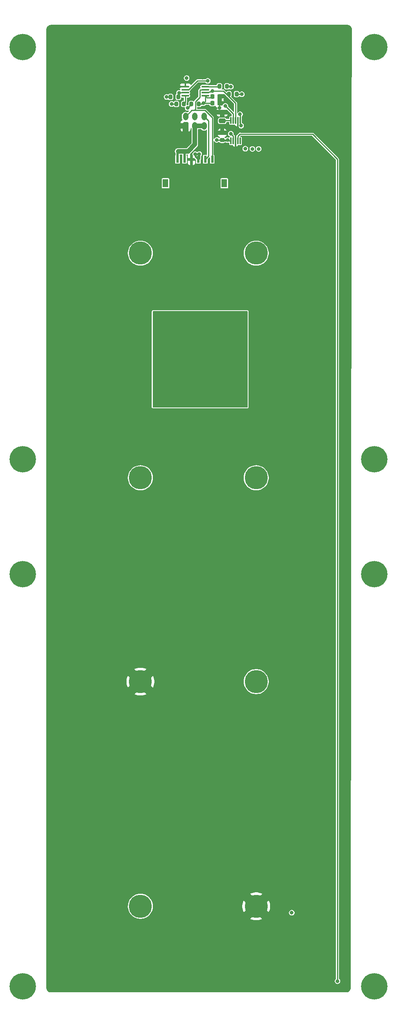
<source format=gbr>
%TF.GenerationSoftware,KiCad,Pcbnew,9.0.0*%
%TF.CreationDate,2025-11-19T22:29:22-08:00*%
%TF.ProjectId,2U_XY_V1,32555f58-595f-4563-912e-6b696361645f,1.0*%
%TF.SameCoordinates,Original*%
%TF.FileFunction,Copper,L4,Bot*%
%TF.FilePolarity,Positive*%
%FSLAX46Y46*%
G04 Gerber Fmt 4.6, Leading zero omitted, Abs format (unit mm)*
G04 Created by KiCad (PCBNEW 9.0.0) date 2025-11-19 22:29:22*
%MOMM*%
%LPD*%
G01*
G04 APERTURE LIST*
G04 Aperture macros list*
%AMRoundRect*
0 Rectangle with rounded corners*
0 $1 Rounding radius*
0 $2 $3 $4 $5 $6 $7 $8 $9 X,Y pos of 4 corners*
0 Add a 4 corners polygon primitive as box body*
4,1,4,$2,$3,$4,$5,$6,$7,$8,$9,$2,$3,0*
0 Add four circle primitives for the rounded corners*
1,1,$1+$1,$2,$3*
1,1,$1+$1,$4,$5*
1,1,$1+$1,$6,$7*
1,1,$1+$1,$8,$9*
0 Add four rect primitives between the rounded corners*
20,1,$1+$1,$2,$3,$4,$5,0*
20,1,$1+$1,$4,$5,$6,$7,0*
20,1,$1+$1,$6,$7,$8,$9,0*
20,1,$1+$1,$8,$9,$2,$3,0*%
G04 Aperture macros list end*
%TA.AperFunction,ComponentPad*%
%ADD10C,5.700000*%
%TD*%
%TA.AperFunction,ComponentPad*%
%ADD11C,5.000000*%
%TD*%
%TA.AperFunction,ComponentPad*%
%ADD12RoundRect,0.250000X-0.350000X-0.575000X0.350000X-0.575000X0.350000X0.575000X-0.350000X0.575000X0*%
%TD*%
%TA.AperFunction,ComponentPad*%
%ADD13O,1.200000X1.650000*%
%TD*%
%TA.AperFunction,SMDPad,CuDef*%
%ADD14O,1.690000X0.360000*%
%TD*%
%TA.AperFunction,SMDPad,CuDef*%
%ADD15RoundRect,0.225000X0.225000X0.250000X-0.225000X0.250000X-0.225000X-0.250000X0.225000X-0.250000X0*%
%TD*%
%TA.AperFunction,SMDPad,CuDef*%
%ADD16RoundRect,0.200000X-0.200000X-0.275000X0.200000X-0.275000X0.200000X0.275000X-0.200000X0.275000X0*%
%TD*%
%TA.AperFunction,SMDPad,CuDef*%
%ADD17RoundRect,0.225000X-0.225000X-0.250000X0.225000X-0.250000X0.225000X0.250000X-0.225000X0.250000X0*%
%TD*%
%TA.AperFunction,SMDPad,CuDef*%
%ADD18RoundRect,0.250000X0.475000X-0.250000X0.475000X0.250000X-0.475000X0.250000X-0.475000X-0.250000X0*%
%TD*%
%TA.AperFunction,SMDPad,CuDef*%
%ADD19RoundRect,0.200000X0.200000X0.275000X-0.200000X0.275000X-0.200000X-0.275000X0.200000X-0.275000X0*%
%TD*%
%TA.AperFunction,SMDPad,CuDef*%
%ADD20R,0.600000X1.500000*%
%TD*%
%TA.AperFunction,SMDPad,CuDef*%
%ADD21R,1.250000X1.800000*%
%TD*%
%TA.AperFunction,SMDPad,CuDef*%
%ADD22RoundRect,0.225000X0.250000X-0.225000X0.250000X0.225000X-0.250000X0.225000X-0.250000X-0.225000X0*%
%TD*%
%TA.AperFunction,SMDPad,CuDef*%
%ADD23RoundRect,0.075000X-0.075000X0.650000X-0.075000X-0.650000X0.075000X-0.650000X0.075000X0.650000X0*%
%TD*%
%TA.AperFunction,ViaPad*%
%ADD24C,0.800000*%
%TD*%
%TA.AperFunction,Conductor*%
%ADD25C,0.250000*%
%TD*%
%TA.AperFunction,Conductor*%
%ADD26C,0.400000*%
%TD*%
%TA.AperFunction,Conductor*%
%ADD27C,1.000000*%
%TD*%
%TA.AperFunction,Conductor*%
%ADD28C,0.500000*%
%TD*%
G04 APERTURE END LIST*
D10*
%TO.P,J2,1,Pin_1*%
%TO.N,unconnected-(J2-Pin_1-Pad1)*%
X171800001Y-41000000D03*
%TD*%
%TO.P,J4,1,Pin_1*%
%TO.N,unconnected-(J4-Pin_1-Pad1)*%
X247800001Y-41000000D03*
%TD*%
%TO.P,J3,1,Pin_1*%
%TO.N,unconnected-(J3-Pin_1-Pad1)*%
X171800001Y-243750000D03*
%TD*%
D11*
%TO.P,SC1,1,+*%
%TO.N,/SOL_OUT*%
X222250000Y-85500000D03*
%TO.P,SC1,2,-*%
%TO.N,Net-(SC1---Pad2)*%
X197250000Y-85500000D03*
%TO.P,SC1,3,+*%
%TO.N,/SOL_OUT*%
X197250000Y-134000000D03*
%TO.P,SC1,4,-*%
%TO.N,Net-(SC1---Pad2)*%
X222250000Y-134000000D03*
%TD*%
D10*
%TO.P,J14,1,Pin_1*%
%TO.N,unconnected-(J4-Pin_1-Pad1)*%
X247800001Y-154800000D03*
%TD*%
%TO.P,J114,1,Pin_1*%
%TO.N,unconnected-(J4-Pin_1-Pad1)*%
X247800001Y-130000000D03*
%TD*%
%TO.P,J5,1,Pin_1*%
%TO.N,unconnected-(J5-Pin_1-Pad1)*%
X247800000Y-243800000D03*
%TD*%
D11*
%TO.P,SC2,1,+*%
%TO.N,Net-(SC1---Pad2)*%
X222250000Y-178000000D03*
%TO.P,SC2,2,-*%
%TO.N,GND*%
X197250000Y-178000000D03*
%TO.P,SC2,3,+*%
%TO.N,Net-(SC1---Pad2)*%
X197250000Y-226500000D03*
%TO.P,SC2,4,-*%
%TO.N,GND*%
X222250000Y-226500000D03*
%TD*%
D10*
%TO.P,J12,1,Pin_1*%
%TO.N,unconnected-(J2-Pin_1-Pad1)*%
X171800001Y-154800000D03*
%TD*%
%TO.P,J112,1,Pin_1*%
%TO.N,unconnected-(J2-Pin_1-Pad1)*%
X171800001Y-130000000D03*
%TD*%
D12*
%TO.P,CN1,1,Pin_1*%
%TO.N,GND*%
X207000000Y-58020000D03*
D13*
%TO.P,CN1,2,Pin_2*%
%TO.N,SDAIN*%
X207000000Y-56019999D03*
%TO.P,CN1,3,Pin_3*%
%TO.N,VSOLAR*%
X209000001Y-58020000D03*
%TO.P,CN1,4,Pin_4*%
%TO.N,+3V3*%
X209000000Y-56020000D03*
%TO.P,CN1,5,Pin_5*%
%TO.N,VSOLAR*%
X211000000Y-58020000D03*
%TO.P,CN1,6,Pin_6*%
%TO.N,SCLIN*%
X211000001Y-56020000D03*
%TD*%
D14*
%TO.P,U4,1,EN*%
%TO.N,Net-(U4-EN)*%
X206930000Y-51520000D03*
%TO.P,U4,2,SCLOUT*%
%TO.N,/SCL*%
X206930000Y-50860000D03*
%TO.P,U4,3,SCLIN*%
%TO.N,SCLIN*%
X206930000Y-50210000D03*
%TO.P,U4,4,GND*%
%TO.N,GND*%
X206930000Y-49560000D03*
%TO.P,U4,5,READY*%
%TO.N,Net-(U4-READY)*%
X211230000Y-49560000D03*
%TO.P,U4,6,SDAIN*%
%TO.N,SDAIN*%
X211230000Y-50210000D03*
%TO.P,U4,7,SDAOUT*%
%TO.N,/SDA*%
X211230000Y-50860000D03*
%TO.P,U4,8,VCC*%
%TO.N,+3V3*%
X211230000Y-51520000D03*
%TD*%
D15*
%TO.P,C6,1*%
%TO.N,GND*%
X214355000Y-51650000D03*
%TO.P,C6,2*%
%TO.N,+3V3*%
X212805000Y-51650000D03*
%TD*%
D16*
%TO.P,R2,1*%
%TO.N,+3V3*%
X204995000Y-53290000D03*
%TO.P,R2,2*%
%TO.N,Net-(U4-EN)*%
X206645000Y-53290000D03*
%TD*%
D17*
%TO.P,C4,1*%
%TO.N,+3V3*%
X212785000Y-53150000D03*
%TO.P,C4,2*%
%TO.N,GND*%
X214335000Y-53150000D03*
%TD*%
D18*
%TO.P,C5,1*%
%TO.N,Net-(U3-REG)*%
X214919999Y-56939999D03*
%TO.P,C5,2*%
%TO.N,GND*%
X214919999Y-55040001D03*
%TD*%
D16*
%TO.P,R4,1*%
%TO.N,Net-(U4-READY)*%
X214295000Y-49480000D03*
%TO.P,R4,2*%
%TO.N,+3V3*%
X215945000Y-49480000D03*
%TD*%
%TO.P,R6,1*%
%TO.N,/SDA*%
X216365000Y-51140000D03*
%TO.P,R6,2*%
%TO.N,+3V3*%
X218015000Y-51140000D03*
%TD*%
D19*
%TO.P,R5,1*%
%TO.N,/SCL*%
X205405000Y-51780000D03*
%TO.P,R5,2*%
%TO.N,+3V3*%
X203755000Y-51780000D03*
%TD*%
D20*
%TO.P,U5,1,1*%
%TO.N,SDAIN*%
X212760000Y-65240000D03*
%TO.P,U5,2,2*%
%TO.N,SCLIN*%
X211260000Y-65240000D03*
%TO.P,U5,3,3*%
%TO.N,+3V3*%
X209760001Y-65240000D03*
%TO.P,U5,4,4*%
%TO.N,GND*%
X208259999Y-65240000D03*
%TO.P,U5,5,5*%
%TO.N,VSOLAR*%
X206760000Y-65240000D03*
%TO.P,U5,6,6*%
X205260000Y-65240000D03*
D21*
%TO.P,U5,7,7*%
%TO.N,unconnected-(U5-Pad7)*%
X202660000Y-70420001D03*
%TO.P,U5,8,8*%
%TO.N,unconnected-(U5-Pad8)*%
X215360000Y-70420001D03*
%TD*%
D22*
%TO.P,C3,1*%
%TO.N,+3V3*%
X214919998Y-61065000D03*
%TO.P,C3,2*%
%TO.N,GND*%
X214919998Y-59515000D03*
%TD*%
D19*
%TO.P,R1,1*%
%TO.N,+3V3*%
X209855000Y-53280000D03*
%TO.P,R1,2*%
%TO.N,Net-(D4-A)*%
X208205000Y-53280000D03*
%TD*%
D23*
%TO.P,U3,1,REG*%
%TO.N,Net-(U3-REG)*%
X216770000Y-56870000D03*
%TO.P,U3,2,SCL*%
%TO.N,/SCL*%
X217270001Y-56870000D03*
%TO.P,U3,3,SDA*%
%TO.N,/SDA*%
X217770000Y-56870000D03*
%TO.P,U3,4,IN/TRIG*%
%TO.N,GND*%
X218269999Y-56870000D03*
%TO.P,U3,5,EN*%
%TO.N,+3V3*%
X218770000Y-56870000D03*
%TO.P,U3,6,VDD/NC*%
%TO.N,unconnected-(U3-VDD{slash}NC-Pad6)*%
X218770000Y-61270000D03*
%TO.P,U3,7,OUT+*%
%TO.N,Net-(U3-OUT+)*%
X218269999Y-61270000D03*
%TO.P,U3,8,GND*%
%TO.N,GND*%
X217770000Y-61270000D03*
%TO.P,U3,9,OUT-*%
%TO.N,Net-(U3-OUT+)*%
X217270001Y-61270000D03*
%TO.P,U3,10,VDD*%
%TO.N,+3V3*%
X216770000Y-61270000D03*
%TD*%
D24*
%TO.N,GND*%
X216319998Y-58715000D03*
X213419999Y-54990000D03*
X211414772Y-53956603D03*
X214326520Y-54103480D03*
X215411297Y-51766078D03*
X208990000Y-51860000D03*
X179980000Y-59700000D03*
X210710000Y-47590153D03*
X180090000Y-64300000D03*
X205630000Y-49590000D03*
X217920000Y-58640000D03*
%TO.N,+3V3*%
X219150000Y-51200000D03*
X209090000Y-64140000D03*
X202920000Y-51780000D03*
X210826736Y-53147766D03*
X213750000Y-61050000D03*
X209940000Y-64100000D03*
X216060000Y-61110000D03*
X203980000Y-53290000D03*
X207230000Y-47710000D03*
X218760000Y-55530000D03*
X216780000Y-49550000D03*
X218994998Y-57980000D03*
%TO.N,VSOLAR*%
X221430000Y-62990000D03*
X219900000Y-62970000D03*
X222780000Y-63000000D03*
%TO.N,/SCL*%
X215590000Y-53720000D03*
X205590000Y-50890000D03*
%TO.N,/SDA*%
X212820000Y-50480000D03*
%TO.N,Net-(D4-A)*%
X207430000Y-54160000D03*
%TO.N,Net-(U3-OUT+)*%
X239820000Y-242660000D03*
X216769999Y-59709999D03*
X229940000Y-227900000D03*
%TO.N,SCLIN*%
X211785153Y-48315153D03*
%TD*%
D25*
%TO.N,GND*%
X215295219Y-51650000D02*
X215411297Y-51766078D01*
X214335000Y-53150000D02*
X214335000Y-54095000D01*
X216394998Y-58640000D02*
X216319998Y-58715000D01*
X217770000Y-58790000D02*
X217920000Y-58640000D01*
X205660000Y-49560000D02*
X205630000Y-49590000D01*
X218269998Y-56870000D02*
X218269998Y-58290000D01*
X206930000Y-49560000D02*
X205660000Y-49560000D01*
X214335000Y-54095000D02*
X214320000Y-54110000D01*
X214355000Y-51650000D02*
X215295219Y-51650000D01*
X217920000Y-58640000D02*
X216394998Y-58640000D01*
X214919998Y-59340001D02*
X215694997Y-59340001D01*
X213419999Y-54990000D02*
X213469998Y-55040000D01*
X218269998Y-58290000D02*
X217920000Y-58640000D01*
X213469998Y-55040000D02*
X214869998Y-55040000D01*
X214335000Y-54095000D02*
X214326520Y-54103480D01*
X217769999Y-61270000D02*
X217770000Y-58790000D01*
X215694997Y-59340001D02*
X216319998Y-58715000D01*
%TO.N,+3V3*%
X207290000Y-47770000D02*
X207230000Y-47710000D01*
X218770000Y-55540000D02*
X218760000Y-55530000D01*
X218770000Y-57755002D02*
X218994998Y-57980000D01*
D26*
X209140000Y-64100000D02*
X209140000Y-64619999D01*
D25*
X214919998Y-61065000D02*
X216015000Y-61065000D01*
D26*
X209940000Y-64100000D02*
X209940000Y-65060001D01*
D25*
X216710000Y-49480000D02*
X216780000Y-49550000D01*
X213765000Y-61065000D02*
X213750000Y-61050000D01*
X209855000Y-53280000D02*
X210694502Y-53280000D01*
X203755000Y-51780000D02*
X202920000Y-51780000D01*
X215945000Y-49480000D02*
X216710000Y-49480000D01*
X211620000Y-51910000D02*
X212805000Y-51910000D01*
X218770000Y-56870000D02*
X218770000Y-55540000D01*
X219090000Y-51140000D02*
X219150000Y-51200000D01*
X210694502Y-53280000D02*
X210826736Y-53147766D01*
X210826736Y-53147766D02*
X212782766Y-53147766D01*
X218015000Y-51140000D02*
X219090000Y-51140000D01*
X218769998Y-56870000D02*
X218769998Y-56290000D01*
X204995000Y-53290000D02*
X203980000Y-53290000D01*
X212782766Y-53147766D02*
X212785000Y-53150000D01*
X216769998Y-61270000D02*
X214829999Y-61270000D01*
X216015000Y-61065000D02*
X216060000Y-61110000D01*
X216780000Y-49550000D02*
X216565000Y-49550000D01*
X211230000Y-51520000D02*
X211230000Y-52744502D01*
X211230000Y-51520000D02*
X211620000Y-51910000D01*
X218770000Y-56870000D02*
X218770000Y-57755002D01*
X211230000Y-52744502D02*
X210826736Y-53147766D01*
D26*
X209140000Y-64619999D02*
X209760001Y-65240000D01*
D25*
X214919998Y-61065000D02*
X213765000Y-61065000D01*
D26*
X209940000Y-65060001D02*
X209760001Y-65240000D01*
X209140000Y-64100000D02*
X209940000Y-64100000D01*
D27*
%TO.N,VSOLAR*%
X209000001Y-58020000D02*
X211000000Y-58020000D01*
D28*
X206760000Y-63620000D02*
X206860000Y-63520000D01*
X205260000Y-65240000D02*
X205260000Y-63660000D01*
X206760000Y-65240000D02*
X206760000Y-63620000D01*
D27*
X207527999Y-63520000D02*
X206860000Y-63520000D01*
X209000001Y-62047998D02*
X207527999Y-63520000D01*
X206860000Y-63520000D02*
X205400000Y-63520000D01*
X209000001Y-58020000D02*
X209000001Y-62047998D01*
D28*
X205260000Y-63660000D02*
X205400000Y-63520000D01*
D25*
%TO.N,Net-(U3-REG)*%
X216769998Y-56870000D02*
X214989998Y-56870000D01*
X214989998Y-56870000D02*
X214919998Y-56940000D01*
%TO.N,/SCL*%
X205620000Y-50860000D02*
X205590000Y-50890000D01*
X215590000Y-53720000D02*
X217270001Y-55400001D01*
X205590000Y-50890000D02*
X205590000Y-51595000D01*
X205590000Y-51595000D02*
X205405000Y-51780000D01*
X217270001Y-55400001D02*
X217270001Y-56870000D01*
X206930000Y-50860000D02*
X205620000Y-50860000D01*
%TO.N,/SDA*%
X212044000Y-50716000D02*
X211900000Y-50860000D01*
X212150592Y-50670000D02*
X212104592Y-50716000D01*
X212630000Y-50670000D02*
X212150592Y-50670000D01*
X211900000Y-50860000D02*
X211230000Y-50860000D01*
X215151939Y-50480000D02*
X217770000Y-53098061D01*
X212820000Y-50480000D02*
X215151939Y-50480000D01*
X217770000Y-53098061D02*
X217770000Y-56870000D01*
X212104592Y-50716000D02*
X212044000Y-50716000D01*
X212820000Y-50480000D02*
X212630000Y-50670000D01*
%TO.N,Net-(D4-A)*%
X208205000Y-53280000D02*
X208205000Y-53385000D01*
X208205000Y-53385000D02*
X207430000Y-54160000D01*
X207430000Y-54160000D02*
X207430000Y-54070000D01*
%TO.N,Net-(U3-OUT+)*%
X239820000Y-65230000D02*
X234430000Y-59840000D01*
X218269997Y-61270000D02*
X218269998Y-60260000D01*
X239820000Y-242660000D02*
X239820000Y-65230000D01*
X234430000Y-59840000D02*
X218810000Y-59840000D01*
X217269999Y-60209999D02*
X216769999Y-59709999D01*
X218810000Y-59840000D02*
X218749999Y-59779999D01*
X218269998Y-60260000D02*
X218749999Y-59779999D01*
X217269999Y-61269999D02*
X217269999Y-60209999D01*
%TO.N,SCLIN*%
X206940000Y-50220000D02*
X206930000Y-50210000D01*
X211260000Y-65240000D02*
X211926000Y-64574000D01*
X211926000Y-64574000D02*
X211926000Y-56945999D01*
X211785153Y-48315153D02*
X209555439Y-48315153D01*
X207740000Y-50210000D02*
X206930000Y-50210000D01*
X211926000Y-56945999D02*
X211000001Y-56020000D01*
X209555439Y-48315153D02*
X207740000Y-50130592D01*
X207740000Y-50130592D02*
X207740000Y-50210000D01*
%TO.N,SDAIN*%
X210211408Y-50210000D02*
X211230000Y-50210000D01*
X208339999Y-54680000D02*
X207000000Y-56019999D01*
X210059000Y-50362408D02*
X210211408Y-50210000D01*
X211960592Y-50210000D02*
X211230000Y-50210000D01*
X211194563Y-54680000D02*
X208800000Y-54680000D01*
X212760000Y-56245437D02*
X211194563Y-54680000D01*
X208800000Y-54680000D02*
X208339999Y-54680000D01*
X210059000Y-51817720D02*
X210059000Y-50362408D01*
X208800000Y-54680000D02*
X209129000Y-54351000D01*
X209129000Y-52747720D02*
X210059000Y-51817720D01*
X212760000Y-65240000D02*
X212760000Y-56245437D01*
X209129000Y-54351000D02*
X209129000Y-52747720D01*
%TO.N,Net-(U4-EN)*%
X206930000Y-53005000D02*
X206645000Y-53290000D01*
X206930000Y-51520000D02*
X206930000Y-53005000D01*
%TO.N,Net-(U4-READY)*%
X211230000Y-49560000D02*
X214215000Y-49560000D01*
X214215000Y-49560000D02*
X214295000Y-49480000D01*
%TD*%
%TA.AperFunction,NonConductor*%
G36*
X220343039Y-98019685D02*
G01*
X220388794Y-98072489D01*
X220400000Y-98124000D01*
X220400000Y-118676000D01*
X220380315Y-118743039D01*
X220327511Y-118788794D01*
X220276000Y-118800000D01*
X200024000Y-118800000D01*
X199956961Y-118780315D01*
X199911206Y-118727511D01*
X199900000Y-118676000D01*
X199900000Y-98124000D01*
X199919685Y-98056961D01*
X199972489Y-98011206D01*
X200024000Y-98000000D01*
X220276000Y-98000000D01*
X220343039Y-98019685D01*
G37*
%TD.AperFunction*%
%TA.AperFunction,Conductor*%
%TO.N,GND*%
G36*
X215378026Y-51167542D02*
G01*
X215385630Y-51174018D01*
X215800857Y-51589245D01*
X215812351Y-51605064D01*
X215836950Y-51653342D01*
X215926658Y-51743050D01*
X215959094Y-51759577D01*
X215974933Y-51767647D01*
X215990753Y-51779141D01*
X217426194Y-53214582D01*
X217444500Y-53258776D01*
X217444500Y-54963285D01*
X217426194Y-55007479D01*
X217382000Y-55025785D01*
X217337806Y-55007479D01*
X216203099Y-53872772D01*
X216184793Y-53828578D01*
X216186922Y-53812405D01*
X216190500Y-53799057D01*
X216190500Y-53640943D01*
X216168678Y-53559501D01*
X216149578Y-53488219D01*
X216149577Y-53488216D01*
X216140946Y-53473266D01*
X216070520Y-53351284D01*
X215958716Y-53239480D01*
X215862464Y-53183909D01*
X215821783Y-53160422D01*
X215821780Y-53160421D01*
X215669063Y-53119501D01*
X215669058Y-53119500D01*
X215669057Y-53119500D01*
X215510943Y-53119500D01*
X215510942Y-53119500D01*
X215510936Y-53119501D01*
X215358219Y-53160421D01*
X215358216Y-53160422D01*
X215270724Y-53210936D01*
X215221284Y-53239480D01*
X215221283Y-53239481D01*
X215221279Y-53239484D01*
X215109484Y-53351279D01*
X215109481Y-53351283D01*
X215109480Y-53351284D01*
X215085993Y-53391964D01*
X215030422Y-53488216D01*
X215030421Y-53488219D01*
X215012883Y-53553676D01*
X214983763Y-53591626D01*
X214952513Y-53600000D01*
X214397500Y-53600000D01*
X214353306Y-53581694D01*
X214335000Y-53537500D01*
X214335000Y-53150000D01*
X213947500Y-53150000D01*
X213903306Y-53131694D01*
X213885000Y-53087500D01*
X213885000Y-52693500D01*
X214785000Y-52693500D01*
X214785000Y-52700000D01*
X215257495Y-52700000D01*
X215221547Y-52591516D01*
X215130662Y-52444170D01*
X215132406Y-52443093D01*
X215121106Y-52403257D01*
X215138991Y-52366312D01*
X215152574Y-52352729D01*
X215241547Y-52208483D01*
X215277495Y-52100000D01*
X214805000Y-52100000D01*
X214805000Y-52647612D01*
X214786694Y-52691806D01*
X214785000Y-52693500D01*
X213885000Y-52693500D01*
X213885000Y-52152388D01*
X213903306Y-52108194D01*
X213905000Y-52106500D01*
X213905000Y-51712500D01*
X213923306Y-51668306D01*
X213967500Y-51650000D01*
X214355000Y-51650000D01*
X214355000Y-51262500D01*
X214373306Y-51218306D01*
X214417500Y-51200000D01*
X215277495Y-51200000D01*
X215290766Y-51181622D01*
X215331480Y-51156510D01*
X215378026Y-51167542D01*
G37*
%TD.AperFunction*%
%TA.AperFunction,Conductor*%
G36*
X242142748Y-36228195D02*
G01*
X242295091Y-36274444D01*
X242306414Y-36279139D01*
X242468535Y-36365871D01*
X242478710Y-36372675D01*
X242620790Y-36489399D01*
X242629452Y-36498072D01*
X242745997Y-36640273D01*
X242752802Y-36650473D01*
X242839343Y-36812695D01*
X242844025Y-36824027D01*
X242897228Y-37000018D01*
X242899608Y-37012046D01*
X242917728Y-37198117D01*
X242918022Y-37204248D01*
X242905967Y-47475797D01*
X242905584Y-47482636D01*
X242884250Y-47674357D01*
X242884250Y-47674358D01*
X242884500Y-47824446D01*
X242884500Y-65766392D01*
X242883818Y-66347186D01*
X242675200Y-244096140D01*
X242674892Y-244102262D01*
X242656391Y-244288009D01*
X242653990Y-244300014D01*
X242600531Y-244475643D01*
X242595836Y-244486950D01*
X242509163Y-244648790D01*
X242502354Y-244658964D01*
X242385798Y-244800798D01*
X242377136Y-244809451D01*
X242235157Y-244925847D01*
X242224974Y-244932644D01*
X242063036Y-245019125D01*
X242051724Y-245023807D01*
X241876026Y-245077062D01*
X241864018Y-245079448D01*
X241689400Y-245096634D01*
X241678255Y-245097731D01*
X241672135Y-245098032D01*
X177922532Y-245098032D01*
X177916406Y-245097731D01*
X177730499Y-245079420D01*
X177718482Y-245077030D01*
X177542667Y-245023698D01*
X177531348Y-245019009D01*
X177369322Y-244932404D01*
X177359134Y-244925597D01*
X177217113Y-244809043D01*
X177208450Y-244800380D01*
X177091896Y-244658359D01*
X177085089Y-244648171D01*
X176998482Y-244486141D01*
X176993797Y-244474831D01*
X176940462Y-244299007D01*
X176938073Y-244286994D01*
X176919763Y-244101088D01*
X176919462Y-244094962D01*
X176919462Y-226348346D01*
X194549500Y-226348346D01*
X194549500Y-226651653D01*
X194583458Y-226953052D01*
X194583460Y-226953064D01*
X194650953Y-227248769D01*
X194650953Y-227248771D01*
X194751127Y-227535054D01*
X194882735Y-227808341D01*
X195044104Y-228065158D01*
X195044116Y-228065175D01*
X195233210Y-228302291D01*
X195233215Y-228302297D01*
X195233221Y-228302304D01*
X195447696Y-228516779D01*
X195447703Y-228516785D01*
X195447708Y-228516789D01*
X195684824Y-228705883D01*
X195684830Y-228705887D01*
X195684836Y-228705892D01*
X195941659Y-228867265D01*
X196214935Y-228998868D01*
X196214941Y-228998870D01*
X196214945Y-228998872D01*
X196383483Y-229057845D01*
X196501228Y-229099046D01*
X196796937Y-229166540D01*
X197098343Y-229200500D01*
X197098346Y-229200500D01*
X197401654Y-229200500D01*
X197401657Y-229200500D01*
X197703063Y-229166540D01*
X197998772Y-229099046D01*
X198285065Y-228998868D01*
X198558341Y-228867265D01*
X198815164Y-228705892D01*
X199052304Y-228516779D01*
X199266779Y-228302304D01*
X199455892Y-228065164D01*
X199617265Y-227808341D01*
X199748868Y-227535065D01*
X199750192Y-227531283D01*
X199819988Y-227331814D01*
X199849046Y-227248772D01*
X199916540Y-226953063D01*
X199950500Y-226651657D01*
X199950500Y-226348343D01*
X199948605Y-226331527D01*
X219250000Y-226331527D01*
X219250000Y-226668472D01*
X219287725Y-227003298D01*
X219287728Y-227003315D01*
X219362704Y-227331808D01*
X219362705Y-227331814D01*
X219473989Y-227649848D01*
X219542881Y-227792903D01*
X220750000Y-226585784D01*
X220750000Y-226618053D01*
X220786935Y-226851251D01*
X220859896Y-227075800D01*
X220967085Y-227286171D01*
X221105864Y-227477184D01*
X221272816Y-227644136D01*
X221463829Y-227782915D01*
X221674200Y-227890104D01*
X221898749Y-227963065D01*
X222131947Y-228000000D01*
X222164214Y-228000000D01*
X220957095Y-229207117D01*
X221100151Y-229276010D01*
X221418185Y-229387294D01*
X221418191Y-229387295D01*
X221746684Y-229462271D01*
X221746701Y-229462274D01*
X222081527Y-229500000D01*
X222418473Y-229500000D01*
X222753298Y-229462274D01*
X222753315Y-229462271D01*
X223081808Y-229387295D01*
X223081814Y-229387294D01*
X223399856Y-229276007D01*
X223542904Y-229207118D01*
X222335786Y-228000000D01*
X222368053Y-228000000D01*
X222601251Y-227963065D01*
X222825800Y-227890104D01*
X222961535Y-227820944D01*
X229339500Y-227820944D01*
X229339500Y-227979055D01*
X229339501Y-227979063D01*
X229380421Y-228131780D01*
X229380422Y-228131783D01*
X229380423Y-228131784D01*
X229459480Y-228268716D01*
X229571284Y-228380520D01*
X229708216Y-228459577D01*
X229708219Y-228459578D01*
X229801681Y-228484621D01*
X229860943Y-228500500D01*
X229860944Y-228500500D01*
X230019056Y-228500500D01*
X230019057Y-228500500D01*
X230171784Y-228459577D01*
X230308716Y-228380520D01*
X230420520Y-228268716D01*
X230499577Y-228131784D01*
X230540500Y-227979057D01*
X230540500Y-227820943D01*
X230499577Y-227668216D01*
X230420520Y-227531284D01*
X230308716Y-227419480D01*
X230212464Y-227363909D01*
X230171783Y-227340422D01*
X230171780Y-227340421D01*
X230019063Y-227299501D01*
X230019058Y-227299500D01*
X230019057Y-227299500D01*
X229860943Y-227299500D01*
X229860942Y-227299500D01*
X229860936Y-227299501D01*
X229708219Y-227340421D01*
X229708216Y-227340422D01*
X229611964Y-227395993D01*
X229571284Y-227419480D01*
X229571283Y-227419481D01*
X229571279Y-227419484D01*
X229459484Y-227531279D01*
X229459481Y-227531283D01*
X229459480Y-227531284D01*
X229457297Y-227535065D01*
X229380422Y-227668216D01*
X229380421Y-227668219D01*
X229339501Y-227820936D01*
X229339500Y-227820944D01*
X222961535Y-227820944D01*
X223036171Y-227782915D01*
X223227184Y-227644136D01*
X223394136Y-227477184D01*
X223532915Y-227286171D01*
X223640104Y-227075800D01*
X223713065Y-226851251D01*
X223750000Y-226618053D01*
X223750000Y-226585786D01*
X224957118Y-227792904D01*
X224958646Y-227789732D01*
X224958647Y-227789729D01*
X225026010Y-227649848D01*
X225137294Y-227331814D01*
X225137295Y-227331808D01*
X225212271Y-227003315D01*
X225212274Y-227003298D01*
X225250000Y-226668472D01*
X225250000Y-226331527D01*
X225212274Y-225996701D01*
X225212271Y-225996684D01*
X225137295Y-225668191D01*
X225137294Y-225668185D01*
X225026010Y-225350151D01*
X224957117Y-225207095D01*
X223750000Y-226414212D01*
X223750000Y-226381947D01*
X223713065Y-226148749D01*
X223640104Y-225924200D01*
X223532915Y-225713829D01*
X223394136Y-225522816D01*
X223227184Y-225355864D01*
X223036171Y-225217085D01*
X222825800Y-225109896D01*
X222601251Y-225036935D01*
X222368053Y-225000000D01*
X222335784Y-225000000D01*
X223542903Y-223792881D01*
X223399848Y-223723989D01*
X223081814Y-223612705D01*
X223081808Y-223612704D01*
X222753315Y-223537728D01*
X222753298Y-223537725D01*
X222418473Y-223500000D01*
X222081527Y-223500000D01*
X221746701Y-223537725D01*
X221746684Y-223537728D01*
X221418191Y-223612704D01*
X221418185Y-223612705D01*
X221100151Y-223723989D01*
X220957095Y-223792881D01*
X222164214Y-225000000D01*
X222131947Y-225000000D01*
X221898749Y-225036935D01*
X221674200Y-225109896D01*
X221463829Y-225217085D01*
X221272816Y-225355864D01*
X221105864Y-225522816D01*
X220967085Y-225713829D01*
X220859896Y-225924200D01*
X220786935Y-226148749D01*
X220750000Y-226381947D01*
X220750000Y-226414214D01*
X219542881Y-225207095D01*
X219473989Y-225350151D01*
X219362705Y-225668185D01*
X219362704Y-225668191D01*
X219287728Y-225996684D01*
X219287725Y-225996701D01*
X219250000Y-226331527D01*
X199948605Y-226331527D01*
X199916540Y-226046937D01*
X199849046Y-225751228D01*
X199819988Y-225668185D01*
X199748872Y-225464945D01*
X199748870Y-225464941D01*
X199748868Y-225464935D01*
X199617265Y-225191659D01*
X199455892Y-224934836D01*
X199455887Y-224934830D01*
X199455883Y-224934824D01*
X199266789Y-224697708D01*
X199266785Y-224697703D01*
X199266779Y-224697696D01*
X199052304Y-224483221D01*
X199052297Y-224483215D01*
X199052291Y-224483210D01*
X198815175Y-224294116D01*
X198815158Y-224294104D01*
X198558341Y-224132735D01*
X198285065Y-224001132D01*
X198285062Y-224001131D01*
X198285054Y-224001127D01*
X197998770Y-223900953D01*
X197885836Y-223875177D01*
X197703064Y-223833460D01*
X197703052Y-223833458D01*
X197494385Y-223809947D01*
X197401657Y-223799500D01*
X197098343Y-223799500D01*
X197014239Y-223808976D01*
X196796947Y-223833458D01*
X196796935Y-223833460D01*
X196501230Y-223900953D01*
X196501228Y-223900953D01*
X196214945Y-224001127D01*
X195941658Y-224132735D01*
X195684841Y-224294104D01*
X195684824Y-224294116D01*
X195447708Y-224483210D01*
X195447688Y-224483228D01*
X195233228Y-224697688D01*
X195233210Y-224697708D01*
X195044116Y-224934824D01*
X195044104Y-224934841D01*
X194882735Y-225191658D01*
X194751127Y-225464945D01*
X194650953Y-225751228D01*
X194650953Y-225751230D01*
X194583460Y-226046935D01*
X194583458Y-226046947D01*
X194558976Y-226264239D01*
X194550805Y-226336767D01*
X194549500Y-226348346D01*
X176919462Y-226348346D01*
X176919462Y-177831527D01*
X194250000Y-177831527D01*
X194250000Y-178168472D01*
X194287725Y-178503298D01*
X194287728Y-178503315D01*
X194362704Y-178831808D01*
X194362705Y-178831814D01*
X194473989Y-179149848D01*
X194542881Y-179292903D01*
X195750000Y-178085784D01*
X195750000Y-178118053D01*
X195786935Y-178351251D01*
X195859896Y-178575800D01*
X195967085Y-178786171D01*
X196105864Y-178977184D01*
X196272816Y-179144136D01*
X196463829Y-179282915D01*
X196674200Y-179390104D01*
X196898749Y-179463065D01*
X197131947Y-179500000D01*
X197164214Y-179500000D01*
X195957095Y-180707117D01*
X196100151Y-180776010D01*
X196418185Y-180887294D01*
X196418191Y-180887295D01*
X196746684Y-180962271D01*
X196746701Y-180962274D01*
X197081527Y-181000000D01*
X197418473Y-181000000D01*
X197753298Y-180962274D01*
X197753315Y-180962271D01*
X198081808Y-180887295D01*
X198081814Y-180887294D01*
X198399856Y-180776007D01*
X198542904Y-180707118D01*
X197335786Y-179500000D01*
X197368053Y-179500000D01*
X197601251Y-179463065D01*
X197825800Y-179390104D01*
X198036171Y-179282915D01*
X198227184Y-179144136D01*
X198394136Y-178977184D01*
X198532915Y-178786171D01*
X198640104Y-178575800D01*
X198713065Y-178351251D01*
X198750000Y-178118053D01*
X198750000Y-178085786D01*
X199957118Y-179292904D01*
X200026007Y-179149856D01*
X200137294Y-178831814D01*
X200137295Y-178831808D01*
X200212271Y-178503315D01*
X200212274Y-178503298D01*
X200250000Y-178168472D01*
X200250000Y-177848346D01*
X219549500Y-177848346D01*
X219549500Y-178151653D01*
X219583458Y-178453052D01*
X219583460Y-178453064D01*
X219650953Y-178748769D01*
X219650953Y-178748771D01*
X219751127Y-179035054D01*
X219882735Y-179308341D01*
X220044104Y-179565158D01*
X220044116Y-179565175D01*
X220233210Y-179802291D01*
X220233215Y-179802297D01*
X220233221Y-179802304D01*
X220447696Y-180016779D01*
X220447703Y-180016785D01*
X220447708Y-180016789D01*
X220684824Y-180205883D01*
X220684830Y-180205887D01*
X220684836Y-180205892D01*
X220941659Y-180367265D01*
X221214935Y-180498868D01*
X221214941Y-180498870D01*
X221214945Y-180498872D01*
X221383483Y-180557845D01*
X221501228Y-180599046D01*
X221796937Y-180666540D01*
X222098343Y-180700500D01*
X222098346Y-180700500D01*
X222401654Y-180700500D01*
X222401657Y-180700500D01*
X222703063Y-180666540D01*
X222998772Y-180599046D01*
X223285065Y-180498868D01*
X223558341Y-180367265D01*
X223815164Y-180205892D01*
X224052304Y-180016779D01*
X224266779Y-179802304D01*
X224455892Y-179565164D01*
X224617265Y-179308341D01*
X224748868Y-179035065D01*
X224849046Y-178748772D01*
X224916540Y-178453063D01*
X224950500Y-178151657D01*
X224950500Y-177848343D01*
X224916540Y-177546937D01*
X224849046Y-177251228D01*
X224819988Y-177168185D01*
X224748872Y-176964945D01*
X224748870Y-176964941D01*
X224748868Y-176964935D01*
X224617265Y-176691659D01*
X224455892Y-176434836D01*
X224455887Y-176434830D01*
X224455883Y-176434824D01*
X224266789Y-176197708D01*
X224266785Y-176197703D01*
X224266779Y-176197696D01*
X224052304Y-175983221D01*
X224052297Y-175983215D01*
X224052291Y-175983210D01*
X223815175Y-175794116D01*
X223815158Y-175794104D01*
X223558341Y-175632735D01*
X223285065Y-175501132D01*
X223285062Y-175501131D01*
X223285054Y-175501127D01*
X222998770Y-175400953D01*
X222703064Y-175333460D01*
X222703052Y-175333458D01*
X222494385Y-175309947D01*
X222401657Y-175299500D01*
X222098343Y-175299500D01*
X222014239Y-175308976D01*
X221796947Y-175333458D01*
X221796935Y-175333460D01*
X221501230Y-175400953D01*
X221501228Y-175400953D01*
X221214945Y-175501127D01*
X220941658Y-175632735D01*
X220684841Y-175794104D01*
X220684824Y-175794116D01*
X220447708Y-175983210D01*
X220447688Y-175983228D01*
X220233228Y-176197688D01*
X220233210Y-176197708D01*
X220044116Y-176434824D01*
X220044104Y-176434841D01*
X219882735Y-176691658D01*
X219751127Y-176964945D01*
X219650953Y-177251228D01*
X219650953Y-177251230D01*
X219583460Y-177546935D01*
X219583458Y-177546947D01*
X219549500Y-177848346D01*
X200250000Y-177848346D01*
X200250000Y-177831527D01*
X200212274Y-177496701D01*
X200212271Y-177496684D01*
X200137295Y-177168191D01*
X200137294Y-177168185D01*
X200026010Y-176850151D01*
X199957117Y-176707095D01*
X198750000Y-177914212D01*
X198750000Y-177881947D01*
X198713065Y-177648749D01*
X198640104Y-177424200D01*
X198532915Y-177213829D01*
X198394136Y-177022816D01*
X198227184Y-176855864D01*
X198036171Y-176717085D01*
X197825800Y-176609896D01*
X197601251Y-176536935D01*
X197368053Y-176500000D01*
X197335784Y-176500000D01*
X198542903Y-175292881D01*
X198399848Y-175223989D01*
X198081814Y-175112705D01*
X198081808Y-175112704D01*
X197753315Y-175037728D01*
X197753298Y-175037725D01*
X197418473Y-175000000D01*
X197081527Y-175000000D01*
X196746701Y-175037725D01*
X196746684Y-175037728D01*
X196418191Y-175112704D01*
X196418185Y-175112705D01*
X196100151Y-175223989D01*
X195957095Y-175292881D01*
X197164214Y-176500000D01*
X197131947Y-176500000D01*
X196898749Y-176536935D01*
X196674200Y-176609896D01*
X196463829Y-176717085D01*
X196272816Y-176855864D01*
X196105864Y-177022816D01*
X195967085Y-177213829D01*
X195859896Y-177424200D01*
X195786935Y-177648749D01*
X195750000Y-177881947D01*
X195750000Y-177914214D01*
X194542881Y-176707095D01*
X194473989Y-176850151D01*
X194362705Y-177168185D01*
X194362704Y-177168191D01*
X194287728Y-177496684D01*
X194287725Y-177496701D01*
X194250000Y-177831527D01*
X176919462Y-177831527D01*
X176919462Y-133848346D01*
X194549500Y-133848346D01*
X194549500Y-134151653D01*
X194583458Y-134453052D01*
X194583460Y-134453064D01*
X194650953Y-134748769D01*
X194650953Y-134748771D01*
X194751127Y-135035054D01*
X194882735Y-135308341D01*
X195044104Y-135565158D01*
X195044116Y-135565175D01*
X195233210Y-135802291D01*
X195233215Y-135802297D01*
X195233221Y-135802304D01*
X195447696Y-136016779D01*
X195447703Y-136016785D01*
X195447708Y-136016789D01*
X195684824Y-136205883D01*
X195684830Y-136205887D01*
X195684836Y-136205892D01*
X195941659Y-136367265D01*
X196214935Y-136498868D01*
X196214941Y-136498870D01*
X196214945Y-136498872D01*
X196383483Y-136557845D01*
X196501228Y-136599046D01*
X196796937Y-136666540D01*
X197098343Y-136700500D01*
X197098346Y-136700500D01*
X197401654Y-136700500D01*
X197401657Y-136700500D01*
X197703063Y-136666540D01*
X197998772Y-136599046D01*
X198285065Y-136498868D01*
X198558341Y-136367265D01*
X198815164Y-136205892D01*
X199052304Y-136016779D01*
X199266779Y-135802304D01*
X199455892Y-135565164D01*
X199617265Y-135308341D01*
X199748868Y-135035065D01*
X199849046Y-134748772D01*
X199916540Y-134453063D01*
X199950500Y-134151657D01*
X199950500Y-133848346D01*
X219549500Y-133848346D01*
X219549500Y-134151653D01*
X219583458Y-134453052D01*
X219583460Y-134453064D01*
X219650953Y-134748769D01*
X219650953Y-134748771D01*
X219751127Y-135035054D01*
X219882735Y-135308341D01*
X220044104Y-135565158D01*
X220044116Y-135565175D01*
X220233210Y-135802291D01*
X220233215Y-135802297D01*
X220233221Y-135802304D01*
X220447696Y-136016779D01*
X220447703Y-136016785D01*
X220447708Y-136016789D01*
X220684824Y-136205883D01*
X220684830Y-136205887D01*
X220684836Y-136205892D01*
X220941659Y-136367265D01*
X221214935Y-136498868D01*
X221214941Y-136498870D01*
X221214945Y-136498872D01*
X221383483Y-136557845D01*
X221501228Y-136599046D01*
X221796937Y-136666540D01*
X222098343Y-136700500D01*
X222098346Y-136700500D01*
X222401654Y-136700500D01*
X222401657Y-136700500D01*
X222703063Y-136666540D01*
X222998772Y-136599046D01*
X223285065Y-136498868D01*
X223558341Y-136367265D01*
X223815164Y-136205892D01*
X224052304Y-136016779D01*
X224266779Y-135802304D01*
X224455892Y-135565164D01*
X224617265Y-135308341D01*
X224748868Y-135035065D01*
X224849046Y-134748772D01*
X224916540Y-134453063D01*
X224950500Y-134151657D01*
X224950500Y-133848343D01*
X224916540Y-133546937D01*
X224849046Y-133251228D01*
X224748872Y-132964945D01*
X224748870Y-132964941D01*
X224748868Y-132964935D01*
X224617265Y-132691659D01*
X224455892Y-132434836D01*
X224455887Y-132434830D01*
X224455883Y-132434824D01*
X224266789Y-132197708D01*
X224266785Y-132197703D01*
X224266779Y-132197696D01*
X224052304Y-131983221D01*
X224052297Y-131983215D01*
X224052291Y-131983210D01*
X223815175Y-131794116D01*
X223815158Y-131794104D01*
X223558341Y-131632735D01*
X223285065Y-131501132D01*
X223285062Y-131501131D01*
X223285054Y-131501127D01*
X222998770Y-131400953D01*
X222703064Y-131333460D01*
X222703052Y-131333458D01*
X222494385Y-131309947D01*
X222401657Y-131299500D01*
X222098343Y-131299500D01*
X222014239Y-131308976D01*
X221796947Y-131333458D01*
X221796935Y-131333460D01*
X221501230Y-131400953D01*
X221501228Y-131400953D01*
X221214945Y-131501127D01*
X220941658Y-131632735D01*
X220684841Y-131794104D01*
X220684824Y-131794116D01*
X220447708Y-131983210D01*
X220447688Y-131983228D01*
X220233228Y-132197688D01*
X220233210Y-132197708D01*
X220044116Y-132434824D01*
X220044104Y-132434841D01*
X219882735Y-132691658D01*
X219751127Y-132964945D01*
X219650953Y-133251228D01*
X219650953Y-133251230D01*
X219583460Y-133546935D01*
X219583458Y-133546947D01*
X219549500Y-133848346D01*
X199950500Y-133848346D01*
X199950500Y-133848343D01*
X199916540Y-133546937D01*
X199849046Y-133251228D01*
X199748872Y-132964945D01*
X199748870Y-132964941D01*
X199748868Y-132964935D01*
X199617265Y-132691659D01*
X199455892Y-132434836D01*
X199455887Y-132434830D01*
X199455883Y-132434824D01*
X199266789Y-132197708D01*
X199266785Y-132197703D01*
X199266779Y-132197696D01*
X199052304Y-131983221D01*
X199052297Y-131983215D01*
X199052291Y-131983210D01*
X198815175Y-131794116D01*
X198815158Y-131794104D01*
X198558341Y-131632735D01*
X198285065Y-131501132D01*
X198285062Y-131501131D01*
X198285054Y-131501127D01*
X197998770Y-131400953D01*
X197703064Y-131333460D01*
X197703052Y-131333458D01*
X197494385Y-131309947D01*
X197401657Y-131299500D01*
X197098343Y-131299500D01*
X197014239Y-131308976D01*
X196796947Y-131333458D01*
X196796935Y-131333460D01*
X196501230Y-131400953D01*
X196501228Y-131400953D01*
X196214945Y-131501127D01*
X195941658Y-131632735D01*
X195684841Y-131794104D01*
X195684824Y-131794116D01*
X195447708Y-131983210D01*
X195447688Y-131983228D01*
X195233228Y-132197688D01*
X195233210Y-132197708D01*
X195044116Y-132434824D01*
X195044104Y-132434841D01*
X194882735Y-132691658D01*
X194751127Y-132964945D01*
X194650953Y-133251228D01*
X194650953Y-133251230D01*
X194583460Y-133546935D01*
X194583458Y-133546947D01*
X194549500Y-133848346D01*
X176919462Y-133848346D01*
X176919462Y-98124000D01*
X199694500Y-98124000D01*
X199694500Y-98124004D01*
X199694500Y-118676005D01*
X199699196Y-118719678D01*
X199710401Y-118771190D01*
X199712889Y-118781369D01*
X199712890Y-118781373D01*
X199755900Y-118862085D01*
X199801655Y-118914889D01*
X199801657Y-118914891D01*
X199819245Y-118932843D01*
X199819247Y-118932844D01*
X199899059Y-118977488D01*
X199899063Y-118977490D01*
X199966102Y-118997175D01*
X200024000Y-119005500D01*
X200024004Y-119005500D01*
X220275994Y-119005500D01*
X220276000Y-119005500D01*
X220319684Y-119000803D01*
X220371195Y-118989597D01*
X220381373Y-118987110D01*
X220462085Y-118944100D01*
X220514889Y-118898345D01*
X220532843Y-118880754D01*
X220577490Y-118800937D01*
X220597175Y-118733898D01*
X220605500Y-118676000D01*
X220605500Y-98124000D01*
X220600803Y-98080316D01*
X220589597Y-98028805D01*
X220587110Y-98018627D01*
X220544100Y-97937915D01*
X220498345Y-97885111D01*
X220497316Y-97884061D01*
X220480754Y-97867156D01*
X220480752Y-97867155D01*
X220400940Y-97822511D01*
X220333899Y-97802825D01*
X220322318Y-97801160D01*
X220276000Y-97794500D01*
X200024000Y-97794500D01*
X200023994Y-97794500D01*
X199980321Y-97799196D01*
X199928809Y-97810401D01*
X199918630Y-97812888D01*
X199918630Y-97812889D01*
X199918629Y-97812889D01*
X199918627Y-97812890D01*
X199873292Y-97837048D01*
X199837916Y-97855899D01*
X199837912Y-97855902D01*
X199785110Y-97901656D01*
X199785108Y-97901657D01*
X199767156Y-97919245D01*
X199767155Y-97919247D01*
X199722511Y-97999059D01*
X199702825Y-98066100D01*
X199702825Y-98066102D01*
X199694500Y-98124000D01*
X176919462Y-98124000D01*
X176919462Y-85348346D01*
X194549500Y-85348346D01*
X194549500Y-85651653D01*
X194583458Y-85953052D01*
X194583460Y-85953064D01*
X194650953Y-86248769D01*
X194650953Y-86248771D01*
X194751127Y-86535054D01*
X194882735Y-86808341D01*
X195044104Y-87065158D01*
X195044116Y-87065175D01*
X195233210Y-87302291D01*
X195233215Y-87302297D01*
X195233221Y-87302304D01*
X195447696Y-87516779D01*
X195447703Y-87516785D01*
X195447708Y-87516789D01*
X195684824Y-87705883D01*
X195684830Y-87705887D01*
X195684836Y-87705892D01*
X195941659Y-87867265D01*
X196214935Y-87998868D01*
X196214941Y-87998870D01*
X196214945Y-87998872D01*
X196383483Y-88057845D01*
X196501228Y-88099046D01*
X196796937Y-88166540D01*
X197098343Y-88200500D01*
X197098346Y-88200500D01*
X197401654Y-88200500D01*
X197401657Y-88200500D01*
X197703063Y-88166540D01*
X197998772Y-88099046D01*
X198285065Y-87998868D01*
X198558341Y-87867265D01*
X198815164Y-87705892D01*
X199052304Y-87516779D01*
X199266779Y-87302304D01*
X199455892Y-87065164D01*
X199617265Y-86808341D01*
X199748868Y-86535065D01*
X199849046Y-86248772D01*
X199916540Y-85953063D01*
X199950500Y-85651657D01*
X199950500Y-85348346D01*
X219549500Y-85348346D01*
X219549500Y-85651653D01*
X219583458Y-85953052D01*
X219583460Y-85953064D01*
X219650953Y-86248769D01*
X219650953Y-86248771D01*
X219751127Y-86535054D01*
X219882735Y-86808341D01*
X220044104Y-87065158D01*
X220044116Y-87065175D01*
X220233210Y-87302291D01*
X220233215Y-87302297D01*
X220233221Y-87302304D01*
X220447696Y-87516779D01*
X220447703Y-87516785D01*
X220447708Y-87516789D01*
X220684824Y-87705883D01*
X220684830Y-87705887D01*
X220684836Y-87705892D01*
X220941659Y-87867265D01*
X221214935Y-87998868D01*
X221214941Y-87998870D01*
X221214945Y-87998872D01*
X221383483Y-88057845D01*
X221501228Y-88099046D01*
X221796937Y-88166540D01*
X222098343Y-88200500D01*
X222098346Y-88200500D01*
X222401654Y-88200500D01*
X222401657Y-88200500D01*
X222703063Y-88166540D01*
X222998772Y-88099046D01*
X223285065Y-87998868D01*
X223558341Y-87867265D01*
X223815164Y-87705892D01*
X224052304Y-87516779D01*
X224266779Y-87302304D01*
X224455892Y-87065164D01*
X224617265Y-86808341D01*
X224748868Y-86535065D01*
X224849046Y-86248772D01*
X224916540Y-85953063D01*
X224950500Y-85651657D01*
X224950500Y-85348343D01*
X224916540Y-85046937D01*
X224849046Y-84751228D01*
X224748872Y-84464945D01*
X224748870Y-84464941D01*
X224748868Y-84464935D01*
X224617265Y-84191659D01*
X224455892Y-83934836D01*
X224455887Y-83934830D01*
X224455883Y-83934824D01*
X224266789Y-83697708D01*
X224266785Y-83697703D01*
X224266779Y-83697696D01*
X224052304Y-83483221D01*
X224052297Y-83483215D01*
X224052291Y-83483210D01*
X223815175Y-83294116D01*
X223815158Y-83294104D01*
X223558341Y-83132735D01*
X223285065Y-83001132D01*
X223285062Y-83001131D01*
X223285054Y-83001127D01*
X222998770Y-82900953D01*
X222703064Y-82833460D01*
X222703052Y-82833458D01*
X222494385Y-82809947D01*
X222401657Y-82799500D01*
X222098343Y-82799500D01*
X222014239Y-82808976D01*
X221796947Y-82833458D01*
X221796935Y-82833460D01*
X221501230Y-82900953D01*
X221501228Y-82900953D01*
X221214945Y-83001127D01*
X220941658Y-83132735D01*
X220684841Y-83294104D01*
X220684824Y-83294116D01*
X220447708Y-83483210D01*
X220447688Y-83483228D01*
X220233228Y-83697688D01*
X220233210Y-83697708D01*
X220044116Y-83934824D01*
X220044104Y-83934841D01*
X219882735Y-84191658D01*
X219751127Y-84464945D01*
X219650953Y-84751228D01*
X219650953Y-84751230D01*
X219583460Y-85046935D01*
X219583458Y-85046947D01*
X219549500Y-85348346D01*
X199950500Y-85348346D01*
X199950500Y-85348343D01*
X199916540Y-85046937D01*
X199849046Y-84751228D01*
X199748872Y-84464945D01*
X199748870Y-84464941D01*
X199748868Y-84464935D01*
X199617265Y-84191659D01*
X199455892Y-83934836D01*
X199455887Y-83934830D01*
X199455883Y-83934824D01*
X199266789Y-83697708D01*
X199266785Y-83697703D01*
X199266779Y-83697696D01*
X199052304Y-83483221D01*
X199052297Y-83483215D01*
X199052291Y-83483210D01*
X198815175Y-83294116D01*
X198815158Y-83294104D01*
X198558341Y-83132735D01*
X198285065Y-83001132D01*
X198285062Y-83001131D01*
X198285054Y-83001127D01*
X197998770Y-82900953D01*
X197703064Y-82833460D01*
X197703052Y-82833458D01*
X197494385Y-82809947D01*
X197401657Y-82799500D01*
X197098343Y-82799500D01*
X197014239Y-82808976D01*
X196796947Y-82833458D01*
X196796935Y-82833460D01*
X196501230Y-82900953D01*
X196501228Y-82900953D01*
X196214945Y-83001127D01*
X195941658Y-83132735D01*
X195684841Y-83294104D01*
X195684824Y-83294116D01*
X195447708Y-83483210D01*
X195447688Y-83483228D01*
X195233228Y-83697688D01*
X195233210Y-83697708D01*
X195044116Y-83934824D01*
X195044104Y-83934841D01*
X194882735Y-84191658D01*
X194751127Y-84464945D01*
X194650953Y-84751228D01*
X194650953Y-84751230D01*
X194583460Y-85046935D01*
X194583458Y-85046947D01*
X194549500Y-85348346D01*
X176919462Y-85348346D01*
X176919462Y-69500252D01*
X201834500Y-69500252D01*
X201834500Y-71339749D01*
X201846132Y-71398231D01*
X201846133Y-71398233D01*
X201890447Y-71464553D01*
X201956767Y-71508867D01*
X201956769Y-71508868D01*
X202015252Y-71520501D01*
X203304748Y-71520501D01*
X203363231Y-71508868D01*
X203429552Y-71464553D01*
X203473867Y-71398232D01*
X203485500Y-71339749D01*
X203485500Y-69500253D01*
X203485500Y-69500252D01*
X214534500Y-69500252D01*
X214534500Y-71339749D01*
X214546132Y-71398231D01*
X214546133Y-71398233D01*
X214590447Y-71464553D01*
X214656767Y-71508867D01*
X214656769Y-71508868D01*
X214715252Y-71520501D01*
X216004748Y-71520501D01*
X216063231Y-71508868D01*
X216129552Y-71464553D01*
X216173867Y-71398232D01*
X216185500Y-71339749D01*
X216185500Y-69500253D01*
X216173867Y-69441770D01*
X216173866Y-69441768D01*
X216129552Y-69375448D01*
X216063232Y-69331134D01*
X216063230Y-69331133D01*
X216004748Y-69319501D01*
X214715252Y-69319501D01*
X214656769Y-69331133D01*
X214656767Y-69331134D01*
X214590447Y-69375448D01*
X214546133Y-69441768D01*
X214546132Y-69441770D01*
X214534500Y-69500252D01*
X203485500Y-69500252D01*
X203473867Y-69441770D01*
X203473866Y-69441768D01*
X203429552Y-69375448D01*
X203363232Y-69331134D01*
X203363230Y-69331133D01*
X203304748Y-69319501D01*
X202015252Y-69319501D01*
X201956769Y-69331133D01*
X201956767Y-69331134D01*
X201890447Y-69375448D01*
X201846133Y-69441768D01*
X201846132Y-69441770D01*
X201834500Y-69500252D01*
X176919462Y-69500252D01*
X176919462Y-63451006D01*
X204699500Y-63451006D01*
X204699500Y-63588993D01*
X204726419Y-63724326D01*
X204726419Y-63724327D01*
X204779225Y-63851811D01*
X204779226Y-63851813D01*
X204798967Y-63881357D01*
X204809500Y-63916080D01*
X204809500Y-64335389D01*
X204798967Y-64370112D01*
X204771133Y-64411767D01*
X204771132Y-64411769D01*
X204759500Y-64470251D01*
X204759500Y-66009748D01*
X204771132Y-66068230D01*
X204771133Y-66068232D01*
X204815447Y-66134552D01*
X204881767Y-66178866D01*
X204881769Y-66178867D01*
X204940252Y-66190500D01*
X205579748Y-66190500D01*
X205638231Y-66178867D01*
X205704552Y-66134552D01*
X205748867Y-66068231D01*
X205760500Y-66009748D01*
X205760500Y-64470252D01*
X205748867Y-64411769D01*
X205722150Y-64371784D01*
X205721033Y-64370112D01*
X205710500Y-64335389D01*
X205710500Y-64283000D01*
X205728806Y-64238806D01*
X205773000Y-64220500D01*
X206247000Y-64220500D01*
X206291194Y-64238806D01*
X206309500Y-64283000D01*
X206309500Y-64335389D01*
X206298967Y-64370112D01*
X206271133Y-64411767D01*
X206271132Y-64411769D01*
X206259500Y-64470251D01*
X206259500Y-66009748D01*
X206271132Y-66068230D01*
X206271133Y-66068232D01*
X206315447Y-66134552D01*
X206381767Y-66178866D01*
X206381769Y-66178867D01*
X206440252Y-66190500D01*
X207079748Y-66190500D01*
X207138231Y-66178867D01*
X207204552Y-66134552D01*
X207248867Y-66068231D01*
X207254913Y-66037835D01*
X207459999Y-66037835D01*
X207466401Y-66097377D01*
X207516646Y-66232091D01*
X207516648Y-66232094D01*
X207602807Y-66347186D01*
X207602812Y-66347191D01*
X207717904Y-66433350D01*
X207717907Y-66433352D01*
X207852621Y-66483597D01*
X207912163Y-66489999D01*
X207912177Y-66490000D01*
X207959999Y-66490000D01*
X208559999Y-66490000D01*
X208607821Y-66490000D01*
X208607834Y-66489999D01*
X208667376Y-66483597D01*
X208802090Y-66433352D01*
X208802093Y-66433350D01*
X208917185Y-66347191D01*
X208917190Y-66347186D01*
X209003349Y-66232094D01*
X209003351Y-66232091D01*
X209053596Y-66097377D01*
X209059998Y-66037835D01*
X209059999Y-66037822D01*
X209059999Y-65540000D01*
X208559999Y-65540000D01*
X208559999Y-66490000D01*
X207959999Y-66490000D01*
X207959999Y-65540000D01*
X207459999Y-65540000D01*
X207459999Y-66037835D01*
X207254913Y-66037835D01*
X207260500Y-66009748D01*
X207260500Y-64470252D01*
X207248867Y-64411769D01*
X207222150Y-64371784D01*
X207221033Y-64370112D01*
X207210500Y-64335389D01*
X207210500Y-64283000D01*
X207228806Y-64238806D01*
X207273000Y-64220500D01*
X207436853Y-64220500D01*
X207481047Y-64238806D01*
X207499353Y-64283000D01*
X207495412Y-64304842D01*
X207466401Y-64382622D01*
X207459999Y-64442164D01*
X207459999Y-64940000D01*
X207959999Y-64940000D01*
X207959999Y-64104545D01*
X207978059Y-64060944D01*
X208489500Y-64060944D01*
X208489500Y-64219055D01*
X208489501Y-64219063D01*
X208530421Y-64371780D01*
X208530422Y-64371783D01*
X208530423Y-64371784D01*
X208551626Y-64408509D01*
X208559999Y-64439758D01*
X208559999Y-64940000D01*
X208867720Y-64940000D01*
X208911914Y-64958306D01*
X209241195Y-65287587D01*
X209259501Y-65331781D01*
X209259501Y-66009748D01*
X209271133Y-66068230D01*
X209271134Y-66068232D01*
X209315448Y-66134552D01*
X209381768Y-66178866D01*
X209381770Y-66178867D01*
X209440253Y-66190500D01*
X210079749Y-66190500D01*
X210138232Y-66178867D01*
X210204553Y-66134552D01*
X210248868Y-66068231D01*
X210260501Y-66009748D01*
X210260501Y-65322623D01*
X210268874Y-65291373D01*
X210313207Y-65214589D01*
X210340500Y-65112728D01*
X210340500Y-65007274D01*
X210340500Y-64574624D01*
X210358806Y-64530430D01*
X210380520Y-64508716D01*
X210420520Y-64468716D01*
X210499577Y-64331784D01*
X210540500Y-64179057D01*
X210540500Y-64020943D01*
X210499577Y-63868216D01*
X210420520Y-63731284D01*
X210308716Y-63619480D01*
X210204960Y-63559577D01*
X210171783Y-63540422D01*
X210171780Y-63540421D01*
X210019063Y-63499501D01*
X210019058Y-63499500D01*
X210019057Y-63499500D01*
X209860943Y-63499500D01*
X209860942Y-63499500D01*
X209860936Y-63499501D01*
X209708219Y-63540421D01*
X209708216Y-63540422D01*
X209621483Y-63590498D01*
X209571284Y-63619480D01*
X209571283Y-63619481D01*
X209538533Y-63652231D01*
X209494338Y-63670536D01*
X209463172Y-63659953D01*
X209462263Y-63661529D01*
X209458718Y-63659482D01*
X209458716Y-63659480D01*
X209336628Y-63588993D01*
X209321783Y-63580422D01*
X209321780Y-63580421D01*
X209169063Y-63539501D01*
X209169058Y-63539500D01*
X209169057Y-63539500D01*
X209010943Y-63539500D01*
X209010942Y-63539500D01*
X209010936Y-63539501D01*
X208858219Y-63580421D01*
X208858216Y-63580422D01*
X208761964Y-63635993D01*
X208721284Y-63659480D01*
X208721283Y-63659481D01*
X208721279Y-63659484D01*
X208609484Y-63771279D01*
X208609481Y-63771283D01*
X208530422Y-63908216D01*
X208530421Y-63908219D01*
X208489501Y-64060936D01*
X208489500Y-64060944D01*
X207978059Y-64060944D01*
X207978305Y-64060351D01*
X208026003Y-64012653D01*
X208722984Y-63315672D01*
X209544115Y-62494541D01*
X209620776Y-62379809D01*
X209673581Y-62252327D01*
X209684884Y-62195500D01*
X209684885Y-62195498D01*
X209692421Y-62157610D01*
X209700501Y-62116991D01*
X209700501Y-58783000D01*
X209718807Y-58738806D01*
X209763001Y-58720500D01*
X210321559Y-58720500D01*
X210365753Y-58738806D01*
X210373526Y-58748277D01*
X210378210Y-58755288D01*
X210489711Y-58866789D01*
X210620819Y-58954393D01*
X210620820Y-58954393D01*
X210620821Y-58954394D01*
X210766503Y-59014737D01*
X210921158Y-59045500D01*
X211078842Y-59045500D01*
X211233497Y-59014737D01*
X211379179Y-58954394D01*
X211503277Y-58871473D01*
X211550193Y-58862142D01*
X211589967Y-58888718D01*
X211600500Y-58923441D01*
X211600500Y-64227000D01*
X211582194Y-64271194D01*
X211538000Y-64289500D01*
X210940252Y-64289500D01*
X210881769Y-64301132D01*
X210881767Y-64301133D01*
X210815447Y-64345447D01*
X210771133Y-64411767D01*
X210771132Y-64411769D01*
X210759500Y-64470251D01*
X210759500Y-66009748D01*
X210771132Y-66068230D01*
X210771133Y-66068232D01*
X210815447Y-66134552D01*
X210881767Y-66178866D01*
X210881769Y-66178867D01*
X210940252Y-66190500D01*
X211579748Y-66190500D01*
X211638231Y-66178867D01*
X211704552Y-66134552D01*
X211748867Y-66068231D01*
X211760500Y-66009748D01*
X211760500Y-65225715D01*
X211778806Y-65181521D01*
X212152806Y-64807521D01*
X212197000Y-64789215D01*
X212241194Y-64807521D01*
X212259500Y-64851715D01*
X212259500Y-66009748D01*
X212271132Y-66068230D01*
X212271133Y-66068232D01*
X212315447Y-66134552D01*
X212381767Y-66178866D01*
X212381769Y-66178867D01*
X212440252Y-66190500D01*
X213079748Y-66190500D01*
X213138231Y-66178867D01*
X213204552Y-66134552D01*
X213248867Y-66068231D01*
X213260500Y-66009748D01*
X213260500Y-64470252D01*
X213248867Y-64411769D01*
X213246688Y-64408508D01*
X213204552Y-64345447D01*
X213138232Y-64301133D01*
X213138228Y-64301132D01*
X213135801Y-64300649D01*
X213133745Y-64299275D01*
X213132545Y-64298778D01*
X213132643Y-64298539D01*
X213096030Y-64274069D01*
X213085500Y-64239351D01*
X213085500Y-62890944D01*
X219299500Y-62890944D01*
X219299500Y-63049055D01*
X219299501Y-63049063D01*
X219340421Y-63201780D01*
X219340422Y-63201783D01*
X219351969Y-63221783D01*
X219419480Y-63338716D01*
X219531284Y-63450520D01*
X219668216Y-63529577D01*
X219668219Y-63529578D01*
X219742857Y-63549577D01*
X219820943Y-63570500D01*
X219820944Y-63570500D01*
X219979056Y-63570500D01*
X219979057Y-63570500D01*
X220131784Y-63529577D01*
X220268716Y-63450520D01*
X220380520Y-63338716D01*
X220459577Y-63201784D01*
X220500500Y-63049057D01*
X220500500Y-62910944D01*
X220829500Y-62910944D01*
X220829500Y-63069055D01*
X220829501Y-63069063D01*
X220870421Y-63221780D01*
X220870422Y-63221783D01*
X220870423Y-63221784D01*
X220949480Y-63358716D01*
X221061284Y-63470520D01*
X221180762Y-63539500D01*
X221198216Y-63549577D01*
X221198219Y-63549578D01*
X221235540Y-63559578D01*
X221350943Y-63590500D01*
X221350944Y-63590500D01*
X221509056Y-63590500D01*
X221509057Y-63590500D01*
X221661784Y-63549577D01*
X221798716Y-63470520D01*
X221910520Y-63358716D01*
X221989577Y-63221784D01*
X222030500Y-63069057D01*
X222030500Y-62920944D01*
X222179500Y-62920944D01*
X222179500Y-63079055D01*
X222179501Y-63079063D01*
X222220421Y-63231780D01*
X222220422Y-63231783D01*
X222220423Y-63231784D01*
X222299480Y-63368716D01*
X222411284Y-63480520D01*
X222530897Y-63549578D01*
X222548216Y-63559577D01*
X222548219Y-63559578D01*
X222588981Y-63570500D01*
X222700943Y-63600500D01*
X222700944Y-63600500D01*
X222859056Y-63600500D01*
X222859057Y-63600500D01*
X223011784Y-63559577D01*
X223148716Y-63480520D01*
X223260520Y-63368716D01*
X223339577Y-63231784D01*
X223380500Y-63079057D01*
X223380500Y-62920943D01*
X223360531Y-62846419D01*
X223339578Y-62768219D01*
X223339577Y-62768216D01*
X223333805Y-62758219D01*
X223260520Y-62631284D01*
X223148716Y-62519480D01*
X223052464Y-62463909D01*
X223011783Y-62440422D01*
X223011780Y-62440421D01*
X222859063Y-62399501D01*
X222859058Y-62399500D01*
X222859057Y-62399500D01*
X222700943Y-62399500D01*
X222700942Y-62399500D01*
X222700936Y-62399501D01*
X222548219Y-62440421D01*
X222548216Y-62440422D01*
X222454482Y-62494540D01*
X222411284Y-62519480D01*
X222411283Y-62519481D01*
X222411279Y-62519484D01*
X222299484Y-62631279D01*
X222299481Y-62631283D01*
X222220422Y-62768216D01*
X222220421Y-62768219D01*
X222179501Y-62920936D01*
X222179500Y-62920944D01*
X222030500Y-62920944D01*
X222030500Y-62910943D01*
X221992257Y-62768219D01*
X221989578Y-62758219D01*
X221989577Y-62758216D01*
X221978030Y-62738216D01*
X221910520Y-62621284D01*
X221798716Y-62509480D01*
X221679103Y-62440422D01*
X221661783Y-62430422D01*
X221661780Y-62430421D01*
X221509063Y-62389501D01*
X221509058Y-62389500D01*
X221509057Y-62389500D01*
X221350943Y-62389500D01*
X221350942Y-62389500D01*
X221350936Y-62389501D01*
X221198219Y-62430421D01*
X221198216Y-62430422D01*
X221111997Y-62480201D01*
X221061284Y-62509480D01*
X221061283Y-62509481D01*
X221061279Y-62509484D01*
X220949484Y-62621279D01*
X220949481Y-62621283D01*
X220949480Y-62621284D01*
X220943707Y-62631283D01*
X220870422Y-62758216D01*
X220870421Y-62758219D01*
X220829501Y-62910936D01*
X220829500Y-62910944D01*
X220500500Y-62910944D01*
X220500500Y-62890943D01*
X220467616Y-62768219D01*
X220459578Y-62738219D01*
X220459577Y-62738216D01*
X220380520Y-62601284D01*
X220268716Y-62489480D01*
X220152290Y-62422262D01*
X220131783Y-62410422D01*
X220131780Y-62410421D01*
X219979063Y-62369501D01*
X219979058Y-62369500D01*
X219979057Y-62369500D01*
X219820943Y-62369500D01*
X219820942Y-62369500D01*
X219820936Y-62369501D01*
X219668219Y-62410421D01*
X219668216Y-62410422D01*
X219571964Y-62465993D01*
X219531284Y-62489480D01*
X219531283Y-62489481D01*
X219531279Y-62489484D01*
X219419484Y-62601279D01*
X219419481Y-62601283D01*
X219340422Y-62738216D01*
X219340421Y-62738219D01*
X219299501Y-62890936D01*
X219299500Y-62890944D01*
X213085500Y-62890944D01*
X213085500Y-61333305D01*
X213103806Y-61289111D01*
X213148000Y-61270805D01*
X213192194Y-61289111D01*
X213202124Y-61302051D01*
X213269480Y-61418716D01*
X213381284Y-61530520D01*
X213493834Y-61595500D01*
X213518216Y-61609577D01*
X213518219Y-61609578D01*
X213611681Y-61634621D01*
X213670943Y-61650500D01*
X213670944Y-61650500D01*
X213829056Y-61650500D01*
X213829057Y-61650500D01*
X213981784Y-61609577D01*
X214118716Y-61530520D01*
X214187918Y-61461317D01*
X214232111Y-61443012D01*
X214276305Y-61461318D01*
X214287799Y-61477137D01*
X214321470Y-61543220D01*
X214416778Y-61638528D01*
X214536867Y-61699717D01*
X214536869Y-61699717D01*
X214536872Y-61699719D01*
X214536875Y-61699719D01*
X214536877Y-61699720D01*
X214636496Y-61715498D01*
X214636502Y-61715498D01*
X214636510Y-61715500D01*
X214636512Y-61715500D01*
X215203484Y-61715500D01*
X215203486Y-61715500D01*
X215275508Y-61704093D01*
X215303118Y-61699720D01*
X215303118Y-61699719D01*
X215303124Y-61699719D01*
X215423218Y-61638528D01*
X215447940Y-61613806D01*
X215492134Y-61595500D01*
X215683163Y-61595500D01*
X215714412Y-61603872D01*
X215828211Y-61669574D01*
X215828216Y-61669577D01*
X215828219Y-61669578D01*
X215921681Y-61694621D01*
X215980943Y-61710500D01*
X215980944Y-61710500D01*
X216139056Y-61710500D01*
X216139057Y-61710500D01*
X216291784Y-61669577D01*
X216300777Y-61664384D01*
X216325750Y-61649967D01*
X216373176Y-61643723D01*
X216411126Y-61672843D01*
X216419500Y-61704093D01*
X216419500Y-61947130D01*
X216419501Y-61947134D01*
X216435484Y-62027493D01*
X216435486Y-62027497D01*
X216496375Y-62118624D01*
X216587503Y-62179514D01*
X216587505Y-62179515D01*
X216667867Y-62195500D01*
X216872132Y-62195499D01*
X216952495Y-62179515D01*
X216985276Y-62157610D01*
X217032189Y-62148276D01*
X217054723Y-62157610D01*
X217087503Y-62179513D01*
X217087506Y-62179515D01*
X217161032Y-62194140D01*
X217198424Y-62217391D01*
X217284905Y-62330094D01*
X217405020Y-62422262D01*
X217544895Y-62480199D01*
X217544902Y-62480201D01*
X217619999Y-62490087D01*
X217620000Y-62490086D01*
X217620000Y-61955291D01*
X217620301Y-61949165D01*
X217620499Y-61947141D01*
X217620501Y-61947133D01*
X217620500Y-60592868D01*
X217620499Y-60592867D01*
X217620499Y-60592865D01*
X217919499Y-60592865D01*
X217919499Y-60592867D01*
X217919499Y-61129057D01*
X217919500Y-61270000D01*
X217919500Y-61947133D01*
X217919699Y-61949154D01*
X217920000Y-61955280D01*
X217920000Y-62490087D01*
X217995097Y-62480201D01*
X217995104Y-62480199D01*
X218134979Y-62422262D01*
X218255096Y-62330093D01*
X218341576Y-62217390D01*
X218378966Y-62194139D01*
X218452494Y-62179515D01*
X218485275Y-62157610D01*
X218532188Y-62148276D01*
X218554722Y-62157610D01*
X218587502Y-62179513D01*
X218587505Y-62179515D01*
X218667867Y-62195500D01*
X218872132Y-62195499D01*
X218952495Y-62179515D01*
X219043624Y-62118624D01*
X219104515Y-62027495D01*
X219120500Y-61947133D01*
X219120499Y-60592868D01*
X219104515Y-60512505D01*
X219089760Y-60490423D01*
X219043624Y-60421375D01*
X218952496Y-60360485D01*
X218952494Y-60360484D01*
X218872133Y-60344500D01*
X218796712Y-60344500D01*
X218796711Y-60344499D01*
X218796711Y-60344500D01*
X218752517Y-60326194D01*
X218739573Y-60294943D01*
X218734212Y-60282000D01*
X218740008Y-60268008D01*
X218752516Y-60237807D01*
X218806520Y-60183804D01*
X218850713Y-60165500D01*
X218852853Y-60165500D01*
X234269285Y-60165500D01*
X234313479Y-60183806D01*
X239476194Y-65346520D01*
X239494500Y-65390714D01*
X239494500Y-242118445D01*
X239476194Y-242162639D01*
X239463253Y-242172569D01*
X239453620Y-242178131D01*
X239451282Y-242179481D01*
X239451278Y-242179484D01*
X239339484Y-242291279D01*
X239339481Y-242291283D01*
X239260422Y-242428216D01*
X239260421Y-242428219D01*
X239219501Y-242580936D01*
X239219500Y-242580944D01*
X239219500Y-242739055D01*
X239219501Y-242739063D01*
X239260421Y-242891780D01*
X239260422Y-242891783D01*
X239260423Y-242891784D01*
X239339480Y-243028716D01*
X239451284Y-243140520D01*
X239588216Y-243219577D01*
X239588219Y-243219578D01*
X239681681Y-243244621D01*
X239740943Y-243260500D01*
X239740944Y-243260500D01*
X239899056Y-243260500D01*
X239899057Y-243260500D01*
X240051784Y-243219577D01*
X240188716Y-243140520D01*
X240300520Y-243028716D01*
X240379577Y-242891784D01*
X240420500Y-242739057D01*
X240420500Y-242580943D01*
X240379577Y-242428216D01*
X240300520Y-242291284D01*
X240300515Y-242291279D01*
X240188721Y-242179484D01*
X240188717Y-242179481D01*
X240188716Y-242179480D01*
X240176749Y-242172570D01*
X240147630Y-242134621D01*
X240145500Y-242118445D01*
X240145500Y-65187148D01*
X240145499Y-65187142D01*
X240125561Y-65112734D01*
X240123318Y-65104362D01*
X240123318Y-65104361D01*
X240080465Y-65030138D01*
X240080463Y-65030136D01*
X240080460Y-65030132D01*
X234629867Y-59579539D01*
X234629858Y-59579532D01*
X234555644Y-59536684D01*
X234555635Y-59536680D01*
X234472859Y-59514501D01*
X234472854Y-59514500D01*
X234472853Y-59514500D01*
X234472852Y-59514500D01*
X218957888Y-59514500D01*
X218926638Y-59506126D01*
X218902456Y-59492165D01*
X218875639Y-59476681D01*
X218875634Y-59476679D01*
X218792858Y-59454500D01*
X218792853Y-59454499D01*
X218792852Y-59454499D01*
X218707146Y-59454499D01*
X218707145Y-59454499D01*
X218707139Y-59454500D01*
X218624363Y-59476679D01*
X218624354Y-59476683D01*
X218550140Y-59519531D01*
X218550131Y-59519538D01*
X218029947Y-60039723D01*
X217985753Y-60058029D01*
X217977595Y-60057494D01*
X217920000Y-60049911D01*
X217920000Y-60584711D01*
X217919699Y-60590838D01*
X217919499Y-60592865D01*
X217620499Y-60592865D01*
X217620301Y-60590850D01*
X217620000Y-60584722D01*
X217620000Y-60049912D01*
X217619999Y-60049911D01*
X217599533Y-60052606D01*
X217553328Y-60040225D01*
X217545123Y-60032676D01*
X217540609Y-60027709D01*
X217530464Y-60010137D01*
X217469861Y-59949534D01*
X217469858Y-59949532D01*
X217383099Y-59862773D01*
X217364793Y-59818579D01*
X217366923Y-59802401D01*
X217370498Y-59789058D01*
X217370499Y-59789055D01*
X217370499Y-59630943D01*
X217370497Y-59630935D01*
X217329577Y-59478218D01*
X217329576Y-59478215D01*
X217250519Y-59341283D01*
X217138715Y-59229479D01*
X217042463Y-59173908D01*
X217001782Y-59150421D01*
X217001779Y-59150420D01*
X216849062Y-59109500D01*
X216849057Y-59109499D01*
X216849056Y-59109499D01*
X216690942Y-59109499D01*
X216690941Y-59109499D01*
X216690935Y-59109500D01*
X216538218Y-59150420D01*
X216538215Y-59150421D01*
X216474310Y-59187317D01*
X216401283Y-59229479D01*
X216401282Y-59229480D01*
X216401278Y-59229483D01*
X216289483Y-59341278D01*
X216289480Y-59341282D01*
X216210421Y-59478215D01*
X216210420Y-59478218D01*
X216169500Y-59630935D01*
X216169499Y-59630943D01*
X216169499Y-59789054D01*
X216169500Y-59789062D01*
X216210420Y-59941779D01*
X216210421Y-59941782D01*
X216210422Y-59941783D01*
X216289479Y-60078715D01*
X216401283Y-60190519D01*
X216483186Y-60237805D01*
X216538215Y-60269576D01*
X216541999Y-60271143D01*
X216541429Y-60272517D01*
X216575215Y-60298438D01*
X216581463Y-60345863D01*
X216555815Y-60381658D01*
X216496376Y-60421374D01*
X216435485Y-60512503D01*
X216435485Y-60512504D01*
X216430932Y-60535394D01*
X216404356Y-60575167D01*
X216357439Y-60584499D01*
X216338384Y-60577327D01*
X216316595Y-60564747D01*
X216291783Y-60550422D01*
X216291780Y-60550421D01*
X216139063Y-60509501D01*
X216139058Y-60509500D01*
X216139057Y-60509500D01*
X215980943Y-60509500D01*
X215980942Y-60509500D01*
X215980936Y-60509501D01*
X215828219Y-60550421D01*
X215828216Y-60550422D01*
X215731964Y-60605993D01*
X215691284Y-60629480D01*
X215691283Y-60629481D01*
X215691279Y-60629484D01*
X215652078Y-60668684D01*
X215607884Y-60686989D01*
X215563690Y-60668682D01*
X215552197Y-60652863D01*
X215518526Y-60586780D01*
X215441078Y-60509332D01*
X215422772Y-60465138D01*
X215441078Y-60420944D01*
X215465617Y-60405809D01*
X215478482Y-60401546D01*
X215622729Y-60312573D01*
X215742571Y-60192731D01*
X215831545Y-60048483D01*
X215859209Y-59965000D01*
X213980787Y-59965000D01*
X214008450Y-60048483D01*
X214097424Y-60192731D01*
X214217266Y-60312573D01*
X214361512Y-60401546D01*
X214374379Y-60405809D01*
X214410574Y-60437085D01*
X214414052Y-60484794D01*
X214398917Y-60509332D01*
X214321468Y-60586781D01*
X214297924Y-60632988D01*
X214261550Y-60664054D01*
X214213862Y-60660300D01*
X214198043Y-60648807D01*
X214118720Y-60569484D01*
X214118716Y-60569480D01*
X214020033Y-60512506D01*
X213981783Y-60490422D01*
X213981780Y-60490421D01*
X213829063Y-60449501D01*
X213829058Y-60449500D01*
X213829057Y-60449500D01*
X213670943Y-60449500D01*
X213670942Y-60449500D01*
X213670936Y-60449501D01*
X213518219Y-60490421D01*
X213518216Y-60490422D01*
X213440323Y-60535394D01*
X213381284Y-60569480D01*
X213381283Y-60569481D01*
X213381279Y-60569484D01*
X213269484Y-60681279D01*
X213269477Y-60681288D01*
X213202126Y-60797944D01*
X213164176Y-60827064D01*
X213116750Y-60820820D01*
X213087630Y-60782870D01*
X213085500Y-60766694D01*
X213085500Y-59065000D01*
X213980786Y-59065000D01*
X214469998Y-59065000D01*
X215369998Y-59065000D01*
X215859209Y-59065000D01*
X215831545Y-58981516D01*
X215742571Y-58837268D01*
X215622729Y-58717426D01*
X215478481Y-58628452D01*
X215369998Y-58592504D01*
X215369998Y-59065000D01*
X214469998Y-59065000D01*
X214469998Y-58592504D01*
X214361514Y-58628452D01*
X214217266Y-58717426D01*
X214097424Y-58837268D01*
X214008450Y-58981516D01*
X213980786Y-59065000D01*
X213085500Y-59065000D01*
X213085500Y-56202585D01*
X213085499Y-56202579D01*
X213070242Y-56145640D01*
X213070242Y-56145639D01*
X213063318Y-56119798D01*
X213059107Y-56112505D01*
X213020467Y-56045578D01*
X213020460Y-56045569D01*
X212514892Y-55540001D01*
X213737736Y-55540001D01*
X213760640Y-55609122D01*
X213852681Y-55758344D01*
X213976655Y-55882318D01*
X214125877Y-55974359D01*
X214292307Y-56029508D01*
X214395016Y-56040000D01*
X215419999Y-56040000D01*
X215444975Y-56040000D01*
X215444986Y-56039999D01*
X215547686Y-56029508D01*
X215547693Y-56029507D01*
X215714120Y-55974359D01*
X215863342Y-55882318D01*
X215987316Y-55758344D01*
X216079357Y-55609122D01*
X216102262Y-55540001D01*
X215419999Y-55540001D01*
X215419999Y-56040000D01*
X214395016Y-56040000D01*
X214419998Y-56039999D01*
X214419999Y-56039999D01*
X214419999Y-55540001D01*
X213737736Y-55540001D01*
X212514892Y-55540001D01*
X211394430Y-54419539D01*
X211394421Y-54419532D01*
X211320207Y-54376684D01*
X211320198Y-54376680D01*
X211237422Y-54354501D01*
X211237417Y-54354500D01*
X211237416Y-54354500D01*
X211237415Y-54354500D01*
X209517000Y-54354500D01*
X209472806Y-54336194D01*
X209454500Y-54292000D01*
X209454500Y-54001914D01*
X209472806Y-53957720D01*
X209517000Y-53939414D01*
X209526777Y-53940184D01*
X209623467Y-53955498D01*
X209623469Y-53955498D01*
X209623481Y-53955500D01*
X210086518Y-53955499D01*
X210180304Y-53940646D01*
X210293342Y-53883050D01*
X210383050Y-53793342D01*
X210435176Y-53691039D01*
X210471548Y-53659974D01*
X210519236Y-53663727D01*
X210522112Y-53665289D01*
X210594946Y-53707340D01*
X210594949Y-53707341D01*
X210594952Y-53707343D01*
X210594953Y-53707343D01*
X210594955Y-53707344D01*
X210688417Y-53732387D01*
X210747679Y-53748266D01*
X210747680Y-53748266D01*
X210905792Y-53748266D01*
X210905793Y-53748266D01*
X211058520Y-53707343D01*
X211195452Y-53628286D01*
X211307256Y-53516482D01*
X211314165Y-53504515D01*
X211352115Y-53475396D01*
X211368291Y-53473266D01*
X212087420Y-53473266D01*
X212131614Y-53491572D01*
X212149151Y-53525989D01*
X212150281Y-53533127D01*
X212211471Y-53653219D01*
X212306780Y-53748528D01*
X212426869Y-53809717D01*
X212426871Y-53809717D01*
X212426874Y-53809719D01*
X212426877Y-53809719D01*
X212426879Y-53809720D01*
X212526498Y-53825498D01*
X212526504Y-53825498D01*
X212526512Y-53825500D01*
X212526514Y-53825500D01*
X213043486Y-53825500D01*
X213043488Y-53825500D01*
X213126212Y-53812398D01*
X213143120Y-53809720D01*
X213143120Y-53809719D01*
X213143126Y-53809719D01*
X213263220Y-53748528D01*
X213340667Y-53671080D01*
X213384860Y-53652775D01*
X213429054Y-53671081D01*
X213444187Y-53695613D01*
X213448452Y-53708483D01*
X213537426Y-53852731D01*
X213657268Y-53972573D01*
X213801515Y-54061546D01*
X213939133Y-54107148D01*
X213975326Y-54138426D01*
X213978802Y-54186135D01*
X213963668Y-54210670D01*
X213852681Y-54321657D01*
X213760640Y-54470879D01*
X213737735Y-54540001D01*
X215923786Y-54540001D01*
X215967980Y-54558307D01*
X216926195Y-55516522D01*
X216944501Y-55560716D01*
X216944501Y-55882738D01*
X216926195Y-55926932D01*
X216882001Y-55945238D01*
X216875209Y-55944572D01*
X216875187Y-55944801D01*
X216872134Y-55944500D01*
X216872133Y-55944500D01*
X216872131Y-55944500D01*
X216667869Y-55944500D01*
X216667865Y-55944501D01*
X216587506Y-55960484D01*
X216587502Y-55960486D01*
X216496375Y-56021375D01*
X216435485Y-56112503D01*
X216435484Y-56112505D01*
X216419500Y-56192866D01*
X216419500Y-56482000D01*
X216401194Y-56526194D01*
X216357000Y-56544500D01*
X215865716Y-56544500D01*
X215821522Y-56526194D01*
X215806723Y-56502641D01*
X215797792Y-56477117D01*
X215717149Y-56367849D01*
X215607881Y-56287206D01*
X215479700Y-56242353D01*
X215479695Y-56242352D01*
X215459698Y-56240477D01*
X215449265Y-56239499D01*
X214390733Y-56239499D01*
X214381123Y-56240400D01*
X214360302Y-56242352D01*
X214360297Y-56242353D01*
X214232116Y-56287206D01*
X214232115Y-56287206D01*
X214122849Y-56367849D01*
X214042206Y-56477115D01*
X214042206Y-56477116D01*
X213997353Y-56605297D01*
X213997352Y-56605302D01*
X213994499Y-56635736D01*
X213994499Y-57244261D01*
X213997352Y-57274695D01*
X213997353Y-57274700D01*
X214042206Y-57402881D01*
X214042206Y-57402882D01*
X214082527Y-57457515D01*
X214122849Y-57512149D01*
X214232117Y-57592792D01*
X214360300Y-57637645D01*
X214390733Y-57640499D01*
X214390737Y-57640499D01*
X215449261Y-57640499D01*
X215449265Y-57640499D01*
X215479698Y-57637645D01*
X215607881Y-57592792D01*
X215717149Y-57512149D01*
X215797792Y-57402881D01*
X215842645Y-57274698D01*
X215844758Y-57252164D01*
X215867110Y-57209873D01*
X215906985Y-57195500D01*
X216357001Y-57195500D01*
X216401195Y-57213806D01*
X216419501Y-57258000D01*
X216419501Y-57547134D01*
X216435484Y-57627493D01*
X216435486Y-57627497D01*
X216496375Y-57718624D01*
X216587503Y-57779514D01*
X216587505Y-57779515D01*
X216667867Y-57795500D01*
X216872132Y-57795499D01*
X216952495Y-57779515D01*
X216985276Y-57757610D01*
X217032189Y-57748276D01*
X217054723Y-57757610D01*
X217087503Y-57779513D01*
X217087506Y-57779515D01*
X217167868Y-57795500D01*
X217372133Y-57795499D01*
X217452496Y-57779515D01*
X217485277Y-57757610D01*
X217532191Y-57748278D01*
X217554724Y-57757611D01*
X217587502Y-57779514D01*
X217587505Y-57779515D01*
X217661031Y-57794140D01*
X217698423Y-57817391D01*
X217784904Y-57930094D01*
X217905019Y-58022262D01*
X218044894Y-58080199D01*
X218044901Y-58080201D01*
X218119998Y-58090087D01*
X218119999Y-58090086D01*
X218119999Y-57555291D01*
X218120300Y-57549165D01*
X218120498Y-57547141D01*
X218120500Y-57547133D01*
X218120499Y-56932498D01*
X218138805Y-56888306D01*
X218182999Y-56870000D01*
X218357001Y-56870000D01*
X218401195Y-56888306D01*
X218419501Y-56932500D01*
X218419501Y-57547132D01*
X218419698Y-57549133D01*
X218419999Y-57555259D01*
X218419999Y-57797544D01*
X218417869Y-57813720D01*
X218394499Y-57900936D01*
X218394498Y-57900944D01*
X218394498Y-58059055D01*
X218394499Y-58059063D01*
X218435419Y-58211780D01*
X218435420Y-58211783D01*
X218435421Y-58211784D01*
X218514478Y-58348716D01*
X218626282Y-58460520D01*
X218763214Y-58539577D01*
X218763217Y-58539578D01*
X218856679Y-58564621D01*
X218915941Y-58580500D01*
X218915942Y-58580500D01*
X219074054Y-58580500D01*
X219074055Y-58580500D01*
X219226782Y-58539577D01*
X219363714Y-58460520D01*
X219475518Y-58348716D01*
X219554575Y-58211784D01*
X219595498Y-58059057D01*
X219595498Y-57900943D01*
X219567245Y-57795500D01*
X219554576Y-57748219D01*
X219554575Y-57748216D01*
X219475518Y-57611284D01*
X219363714Y-57499480D01*
X219226782Y-57420423D01*
X219226781Y-57420422D01*
X219226780Y-57420422D01*
X219166822Y-57404356D01*
X219128872Y-57375235D01*
X219120499Y-57343986D01*
X219120499Y-56192869D01*
X219120499Y-56192867D01*
X219104515Y-56112505D01*
X219104513Y-56112503D01*
X219102158Y-56106815D01*
X219103454Y-56106278D01*
X219095500Y-56080053D01*
X219095500Y-56065781D01*
X219113806Y-56021587D01*
X219126751Y-56011654D01*
X219128716Y-56010520D01*
X219240520Y-55898716D01*
X219319577Y-55761784D01*
X219360500Y-55609057D01*
X219360500Y-55450943D01*
X219319577Y-55298216D01*
X219240520Y-55161284D01*
X219128716Y-55049480D01*
X219032464Y-54993909D01*
X218991783Y-54970422D01*
X218991780Y-54970421D01*
X218839063Y-54929501D01*
X218839058Y-54929500D01*
X218839057Y-54929500D01*
X218680943Y-54929500D01*
X218680942Y-54929500D01*
X218680936Y-54929501D01*
X218528219Y-54970421D01*
X218528216Y-54970422D01*
X218435753Y-55023806D01*
X218391284Y-55049480D01*
X218391283Y-55049481D01*
X218391279Y-55049484D01*
X218279484Y-55161279D01*
X218279477Y-55161288D01*
X218212126Y-55277944D01*
X218174176Y-55307064D01*
X218126750Y-55300820D01*
X218097630Y-55262870D01*
X218095500Y-55246694D01*
X218095500Y-53055209D01*
X218095498Y-53055201D01*
X218073319Y-52972426D01*
X218073318Y-52972423D01*
X218067385Y-52962147D01*
X218030465Y-52898199D01*
X217969862Y-52837596D01*
X216883523Y-51751257D01*
X216865217Y-51707063D01*
X216883523Y-51662869D01*
X216893050Y-51653342D01*
X216950646Y-51540304D01*
X216965500Y-51446519D01*
X216965499Y-50833483D01*
X217414500Y-50833483D01*
X217414500Y-51446514D01*
X217414501Y-51446519D01*
X217429354Y-51540304D01*
X217429354Y-51540305D01*
X217444535Y-51570099D01*
X217486950Y-51653342D01*
X217576658Y-51743050D01*
X217689696Y-51800646D01*
X217689699Y-51800646D01*
X217689701Y-51800647D01*
X217783467Y-51815498D01*
X217783469Y-51815498D01*
X217783481Y-51815500D01*
X218246518Y-51815499D01*
X218340304Y-51800646D01*
X218453342Y-51743050D01*
X218543050Y-51653342D01*
X218575236Y-51590172D01*
X218611609Y-51559107D01*
X218659297Y-51562860D01*
X218675117Y-51574354D01*
X218750764Y-51650000D01*
X218781284Y-51680520D01*
X218903805Y-51751257D01*
X218918216Y-51759577D01*
X218918219Y-51759578D01*
X218991230Y-51779141D01*
X219070943Y-51800500D01*
X219070944Y-51800500D01*
X219229056Y-51800500D01*
X219229057Y-51800500D01*
X219381784Y-51759577D01*
X219518716Y-51680520D01*
X219630520Y-51568716D01*
X219709577Y-51431784D01*
X219750500Y-51279057D01*
X219750500Y-51120943D01*
X219731885Y-51051471D01*
X219709578Y-50968219D01*
X219709577Y-50968216D01*
X219686384Y-50928045D01*
X219630520Y-50831284D01*
X219518716Y-50719480D01*
X219412603Y-50658216D01*
X219381783Y-50640422D01*
X219381780Y-50640421D01*
X219229063Y-50599501D01*
X219229058Y-50599500D01*
X219229057Y-50599500D01*
X219070943Y-50599500D01*
X219070942Y-50599500D01*
X219070936Y-50599501D01*
X218918219Y-50640421D01*
X218918216Y-50640422D01*
X218852529Y-50678347D01*
X218781284Y-50719480D01*
X218781283Y-50719481D01*
X218781279Y-50719484D01*
X218709315Y-50791448D01*
X218665121Y-50809754D01*
X218620927Y-50791448D01*
X218603391Y-50757030D01*
X218600646Y-50739696D01*
X218543050Y-50626658D01*
X218453342Y-50536950D01*
X218406962Y-50513318D01*
X218340305Y-50479354D01*
X218340298Y-50479352D01*
X218246532Y-50464501D01*
X218246520Y-50464500D01*
X218246519Y-50464500D01*
X218246516Y-50464500D01*
X217783485Y-50464500D01*
X217783480Y-50464501D01*
X217689695Y-50479354D01*
X217689694Y-50479354D01*
X217576657Y-50536950D01*
X217486950Y-50626657D01*
X217429354Y-50739694D01*
X217429352Y-50739701D01*
X217414501Y-50833467D01*
X217414500Y-50833483D01*
X216965499Y-50833483D01*
X216965499Y-50833482D01*
X216950646Y-50739696D01*
X216893050Y-50626658D01*
X216803342Y-50536950D01*
X216756962Y-50513318D01*
X216690305Y-50479354D01*
X216690298Y-50479352D01*
X216596532Y-50464501D01*
X216596520Y-50464500D01*
X216596519Y-50464500D01*
X216596516Y-50464500D01*
X216133485Y-50464500D01*
X216133480Y-50464501D01*
X216039695Y-50479354D01*
X216039694Y-50479354D01*
X215926657Y-50536950D01*
X215842131Y-50621476D01*
X215797937Y-50639782D01*
X215753743Y-50621476D01*
X215351806Y-50219539D01*
X215351797Y-50219532D01*
X215277583Y-50176684D01*
X215277574Y-50176680D01*
X215194798Y-50154501D01*
X215194793Y-50154500D01*
X215194792Y-50154500D01*
X215194791Y-50154500D01*
X214812780Y-50154500D01*
X214768586Y-50136194D01*
X214750280Y-50092000D01*
X214768586Y-50047806D01*
X214785877Y-50030515D01*
X214823050Y-49993342D01*
X214880646Y-49880304D01*
X214883153Y-49864476D01*
X214895498Y-49786532D01*
X214895498Y-49786531D01*
X214895500Y-49786519D01*
X214895499Y-49173483D01*
X215344500Y-49173483D01*
X215344500Y-49786514D01*
X215344501Y-49786519D01*
X215359354Y-49880304D01*
X215359354Y-49880305D01*
X215394629Y-49949535D01*
X215416950Y-49993342D01*
X215506658Y-50083050D01*
X215619696Y-50140646D01*
X215619699Y-50140646D01*
X215619701Y-50140647D01*
X215713467Y-50155498D01*
X215713469Y-50155498D01*
X215713481Y-50155500D01*
X216176518Y-50155499D01*
X216270304Y-50140646D01*
X216383342Y-50083050D01*
X216392960Y-50073431D01*
X216437153Y-50055124D01*
X216468405Y-50063498D01*
X216548210Y-50109574D01*
X216548213Y-50109575D01*
X216548216Y-50109577D01*
X216548217Y-50109577D01*
X216548219Y-50109578D01*
X216559912Y-50112711D01*
X216700943Y-50150500D01*
X216700944Y-50150500D01*
X216859056Y-50150500D01*
X216859057Y-50150500D01*
X217011784Y-50109577D01*
X217148716Y-50030520D01*
X217260520Y-49918716D01*
X217339577Y-49781784D01*
X217380500Y-49629057D01*
X217380500Y-49470943D01*
X217339577Y-49318216D01*
X217260520Y-49181284D01*
X217148716Y-49069480D01*
X217052464Y-49013909D01*
X217011783Y-48990422D01*
X217011780Y-48990421D01*
X216859063Y-48949501D01*
X216859058Y-48949500D01*
X216859057Y-48949500D01*
X216700943Y-48949500D01*
X216700942Y-48949500D01*
X216700936Y-48949501D01*
X216544259Y-48991483D01*
X216543863Y-48990006D01*
X216501380Y-48989997D01*
X216474747Y-48968995D01*
X216473051Y-48966661D01*
X216473050Y-48966658D01*
X216383342Y-48876950D01*
X216378985Y-48874730D01*
X216270305Y-48819354D01*
X216270298Y-48819352D01*
X216176532Y-48804501D01*
X216176520Y-48804500D01*
X216176519Y-48804500D01*
X216176516Y-48804500D01*
X215713485Y-48804500D01*
X215713480Y-48804501D01*
X215619695Y-48819354D01*
X215619694Y-48819354D01*
X215506657Y-48876950D01*
X215416950Y-48966657D01*
X215359354Y-49079694D01*
X215359352Y-49079701D01*
X215344501Y-49173467D01*
X215344500Y-49173483D01*
X214895499Y-49173483D01*
X214895499Y-49173482D01*
X214880646Y-49079696D01*
X214823050Y-48966658D01*
X214733342Y-48876950D01*
X214728985Y-48874730D01*
X214620305Y-48819354D01*
X214620298Y-48819352D01*
X214526532Y-48804501D01*
X214526520Y-48804500D01*
X214526519Y-48804500D01*
X214526516Y-48804500D01*
X214063485Y-48804500D01*
X214063480Y-48804501D01*
X213969695Y-48819354D01*
X213969694Y-48819354D01*
X213856657Y-48876950D01*
X213766950Y-48966657D01*
X213709354Y-49079694D01*
X213709352Y-49079701D01*
X213694501Y-49173467D01*
X213694308Y-49175925D01*
X213692919Y-49175815D01*
X213676194Y-49216194D01*
X213632000Y-49234500D01*
X212108964Y-49234500D01*
X212077715Y-49226127D01*
X212041870Y-49205432D01*
X212041864Y-49205430D01*
X211945099Y-49179500D01*
X211945094Y-49179500D01*
X210514906Y-49179500D01*
X210514900Y-49179500D01*
X210418135Y-49205430D01*
X210418133Y-49205431D01*
X210331367Y-49255524D01*
X210260524Y-49326367D01*
X210210431Y-49413133D01*
X210210430Y-49413135D01*
X210184500Y-49509900D01*
X210184500Y-49610099D01*
X210210430Y-49706864D01*
X210210432Y-49706869D01*
X210258860Y-49790751D01*
X210265103Y-49838177D01*
X210235982Y-49876127D01*
X210204733Y-49884500D01*
X210168555Y-49884500D01*
X210168554Y-49884500D01*
X210168548Y-49884501D01*
X210085773Y-49906680D01*
X210085770Y-49906682D01*
X210027195Y-49940500D01*
X210027194Y-49940499D01*
X210011546Y-49949534D01*
X210011540Y-49949539D01*
X209798539Y-50162540D01*
X209798534Y-50162546D01*
X209755682Y-50236766D01*
X209755681Y-50236769D01*
X209750467Y-50256231D01*
X209733501Y-50319548D01*
X209733500Y-50319556D01*
X209733500Y-51657004D01*
X209715194Y-51701198D01*
X208868539Y-52547852D01*
X208868532Y-52547861D01*
X208825684Y-52622075D01*
X208825680Y-52622084D01*
X208805537Y-52697263D01*
X208805536Y-52697270D01*
X208803570Y-52704604D01*
X208774445Y-52742551D01*
X208727018Y-52748790D01*
X208699007Y-52732615D01*
X208643342Y-52676950D01*
X208530305Y-52619354D01*
X208530298Y-52619352D01*
X208436532Y-52604501D01*
X208436520Y-52604500D01*
X208436519Y-52604500D01*
X208436516Y-52604500D01*
X207973485Y-52604500D01*
X207973480Y-52604501D01*
X207879695Y-52619354D01*
X207879694Y-52619354D01*
X207766657Y-52676950D01*
X207676950Y-52766657D01*
X207619354Y-52879694D01*
X207619352Y-52879701D01*
X207604501Y-52973467D01*
X207604500Y-52973483D01*
X207604500Y-53499283D01*
X207586194Y-53543477D01*
X207582772Y-53546899D01*
X207538578Y-53565205D01*
X207522402Y-53563075D01*
X207509063Y-53559501D01*
X207509058Y-53559500D01*
X207509057Y-53559500D01*
X207350943Y-53559500D01*
X207350941Y-53559500D01*
X207324174Y-53566672D01*
X207276748Y-53560427D01*
X207247628Y-53522476D01*
X207245499Y-53506301D01*
X207245499Y-53093404D01*
X207247629Y-53077227D01*
X207255499Y-53047856D01*
X207255500Y-53047851D01*
X207255500Y-51963000D01*
X207273806Y-51918806D01*
X207318000Y-51900500D01*
X207645094Y-51900500D01*
X207645099Y-51900499D01*
X207673848Y-51892795D01*
X207741867Y-51874569D01*
X207828632Y-51824476D01*
X207899476Y-51753632D01*
X207949569Y-51666867D01*
X207968492Y-51596246D01*
X207975499Y-51570099D01*
X207975500Y-51570093D01*
X207975500Y-51469906D01*
X207975499Y-51469900D01*
X207959792Y-51411284D01*
X207949569Y-51373133D01*
X207899476Y-51286368D01*
X207847302Y-51234194D01*
X207828996Y-51190000D01*
X207847302Y-51145806D01*
X207872172Y-51120936D01*
X207899476Y-51093632D01*
X207949569Y-51006867D01*
X207970690Y-50928045D01*
X207975499Y-50910099D01*
X207975500Y-50910093D01*
X207975500Y-50809906D01*
X207975499Y-50809900D01*
X207956686Y-50739694D01*
X207949569Y-50713133D01*
X207899476Y-50626368D01*
X207873014Y-50599906D01*
X207854708Y-50555712D01*
X207873014Y-50511518D01*
X207885955Y-50501587D01*
X207939862Y-50470465D01*
X208000465Y-50409862D01*
X208043318Y-50335638D01*
X208056566Y-50286191D01*
X208072740Y-50258177D01*
X209671960Y-48658959D01*
X209716154Y-48640653D01*
X211243598Y-48640653D01*
X211287792Y-48658959D01*
X211297722Y-48671899D01*
X211304633Y-48683869D01*
X211304634Y-48683870D01*
X211304637Y-48683874D01*
X211416432Y-48795668D01*
X211416437Y-48795673D01*
X211553369Y-48874730D01*
X211553372Y-48874731D01*
X211646834Y-48899774D01*
X211706096Y-48915653D01*
X211706097Y-48915653D01*
X211864209Y-48915653D01*
X211864210Y-48915653D01*
X212016937Y-48874730D01*
X212153869Y-48795673D01*
X212265673Y-48683869D01*
X212344730Y-48546937D01*
X212385653Y-48394210D01*
X212385653Y-48236096D01*
X212344730Y-48083369D01*
X212265673Y-47946437D01*
X212153869Y-47834633D01*
X212057617Y-47779062D01*
X212016936Y-47755575D01*
X212016933Y-47755574D01*
X211864216Y-47714654D01*
X211864211Y-47714653D01*
X211864210Y-47714653D01*
X211706096Y-47714653D01*
X211706095Y-47714653D01*
X211706089Y-47714654D01*
X211553372Y-47755574D01*
X211553369Y-47755575D01*
X211495367Y-47789063D01*
X211416437Y-47834633D01*
X211416436Y-47834634D01*
X211416432Y-47834637D01*
X211304637Y-47946431D01*
X211304634Y-47946435D01*
X211304633Y-47946437D01*
X211297723Y-47958403D01*
X211259774Y-47987523D01*
X211243598Y-47989653D01*
X209512586Y-47989653D01*
X209512585Y-47989653D01*
X209512579Y-47989654D01*
X209429804Y-48011833D01*
X209429801Y-48011834D01*
X209355575Y-48054689D01*
X208241347Y-49168916D01*
X208197153Y-49187222D01*
X208152959Y-49168916D01*
X208145186Y-49159445D01*
X208123190Y-49126525D01*
X208028474Y-49031809D01*
X207917102Y-48957393D01*
X207917098Y-48957391D01*
X207793347Y-48906131D01*
X207661974Y-48880000D01*
X207110000Y-48880000D01*
X207110000Y-49497500D01*
X207091694Y-49541694D01*
X207047500Y-49560000D01*
X206930000Y-49560000D01*
X206930000Y-49677500D01*
X206911694Y-49721694D01*
X206867500Y-49740000D01*
X205607482Y-49740000D01*
X205611131Y-49758347D01*
X205611131Y-49758348D01*
X205662391Y-49882098D01*
X205662393Y-49882102D01*
X205736809Y-49993474D01*
X205831523Y-50088188D01*
X205831529Y-50088193D01*
X205856722Y-50105026D01*
X205860243Y-50110296D01*
X205866106Y-50112711D01*
X205873086Y-50129515D01*
X205883299Y-50144799D01*
X205884500Y-50156869D01*
X205884505Y-50159883D01*
X205884500Y-50159906D01*
X205884500Y-50260094D01*
X205884706Y-50260864D01*
X205884716Y-50265710D01*
X205877024Y-50284382D01*
X205871794Y-50303891D01*
X205868115Y-50306014D01*
X205866498Y-50309940D01*
X205847858Y-50317704D01*
X205830363Y-50327801D01*
X205824537Y-50327418D01*
X205822340Y-50328334D01*
X205819279Y-50327073D01*
X205806040Y-50326204D01*
X205669063Y-50289501D01*
X205669058Y-50289500D01*
X205669057Y-50289500D01*
X205510943Y-50289500D01*
X205510942Y-50289500D01*
X205510936Y-50289501D01*
X205358219Y-50330421D01*
X205358216Y-50330422D01*
X205261964Y-50385993D01*
X205221284Y-50409480D01*
X205221283Y-50409481D01*
X205221279Y-50409484D01*
X205109484Y-50521279D01*
X205109481Y-50521283D01*
X205109480Y-50521284D01*
X205089712Y-50555524D01*
X205030422Y-50658216D01*
X205030421Y-50658219D01*
X204989501Y-50810936D01*
X204989500Y-50810944D01*
X204989500Y-50969055D01*
X204989501Y-50969063D01*
X205022669Y-51092848D01*
X205016426Y-51140274D01*
X204990676Y-51164710D01*
X204966660Y-51176948D01*
X204966658Y-51176950D01*
X204876950Y-51266657D01*
X204819354Y-51379694D01*
X204819352Y-51379701D01*
X204804501Y-51473467D01*
X204804500Y-51473483D01*
X204804500Y-52086514D01*
X204804501Y-52086519D01*
X204819354Y-52180304D01*
X204819354Y-52180305D01*
X204853560Y-52247437D01*
X204876950Y-52293342D01*
X204966658Y-52383050D01*
X205079696Y-52440646D01*
X205079699Y-52440646D01*
X205079701Y-52440647D01*
X205173467Y-52455498D01*
X205173469Y-52455498D01*
X205173481Y-52455500D01*
X205636518Y-52455499D01*
X205730304Y-52440646D01*
X205843342Y-52383050D01*
X205933050Y-52293342D01*
X205990646Y-52180304D01*
X206005500Y-52086519D01*
X206005499Y-51917792D01*
X206023805Y-51873599D01*
X206067999Y-51855293D01*
X206099247Y-51863665D01*
X206118133Y-51874569D01*
X206143626Y-51881400D01*
X206214900Y-51900499D01*
X206214906Y-51900500D01*
X206542000Y-51900500D01*
X206586194Y-51918806D01*
X206604500Y-51963000D01*
X206604500Y-52552000D01*
X206586194Y-52596194D01*
X206542000Y-52614500D01*
X206413486Y-52614500D01*
X206413480Y-52614501D01*
X206319695Y-52629354D01*
X206319694Y-52629354D01*
X206206657Y-52686950D01*
X206116950Y-52776657D01*
X206059354Y-52889694D01*
X206059352Y-52889701D01*
X206044501Y-52983467D01*
X206044500Y-52983483D01*
X206044500Y-53596514D01*
X206044501Y-53596519D01*
X206059354Y-53690304D01*
X206059354Y-53690305D01*
X206096957Y-53764104D01*
X206116950Y-53803342D01*
X206206658Y-53893050D01*
X206319696Y-53950646D01*
X206319699Y-53950646D01*
X206319701Y-53950647D01*
X206413467Y-53965498D01*
X206413469Y-53965498D01*
X206413481Y-53965500D01*
X206778981Y-53965499D01*
X206823175Y-53983805D01*
X206841481Y-54027999D01*
X206839351Y-54044175D01*
X206829501Y-54080936D01*
X206829500Y-54080944D01*
X206829500Y-54239055D01*
X206829501Y-54239063D01*
X206870421Y-54391780D01*
X206870422Y-54391783D01*
X206886443Y-54419532D01*
X206949480Y-54528716D01*
X207061284Y-54640520D01*
X207176643Y-54707122D01*
X207198216Y-54719577D01*
X207198219Y-54719578D01*
X207260407Y-54736241D01*
X207350943Y-54760500D01*
X207350944Y-54760500D01*
X207509056Y-54760500D01*
X207509057Y-54760500D01*
X207661784Y-54719577D01*
X207672540Y-54713366D01*
X207719964Y-54707122D01*
X207757916Y-54736241D01*
X207764161Y-54783667D01*
X207747984Y-54811687D01*
X207472329Y-55087342D01*
X207428135Y-55105648D01*
X207393412Y-55095115D01*
X207387035Y-55090854D01*
X207379179Y-55085605D01*
X207234760Y-55025785D01*
X207233495Y-55025261D01*
X207078842Y-54994499D01*
X206921158Y-54994499D01*
X206766504Y-55025261D01*
X206620819Y-55085605D01*
X206489711Y-55173209D01*
X206378210Y-55284710D01*
X206290606Y-55415818D01*
X206230262Y-55561503D01*
X206199500Y-55716156D01*
X206199500Y-56323841D01*
X206230262Y-56478494D01*
X206230263Y-56478496D01*
X206290606Y-56624178D01*
X206298327Y-56635733D01*
X206330920Y-56684513D01*
X206340252Y-56731429D01*
X206313676Y-56771203D01*
X206311764Y-56772431D01*
X206181656Y-56852682D01*
X206057682Y-56976656D01*
X205965641Y-57125878D01*
X205910492Y-57292308D01*
X205900000Y-57395013D01*
X205900000Y-57420000D01*
X206937500Y-57420000D01*
X206981694Y-57438306D01*
X207000000Y-57482500D01*
X207000000Y-57595000D01*
X206944048Y-57595000D01*
X206835956Y-57623963D01*
X206739044Y-57679916D01*
X206659916Y-57759044D01*
X206603963Y-57855956D01*
X206575000Y-57964048D01*
X206575000Y-58075952D01*
X206603963Y-58184044D01*
X206659916Y-58280956D01*
X206739044Y-58360084D01*
X206835956Y-58416037D01*
X206944048Y-58445000D01*
X207055952Y-58445000D01*
X207164044Y-58416037D01*
X207260956Y-58360084D01*
X207340084Y-58280956D01*
X207396037Y-58184044D01*
X207425000Y-58075952D01*
X207425000Y-58020000D01*
X207537500Y-58020000D01*
X207581694Y-58038306D01*
X207600000Y-58082500D01*
X207600000Y-59302261D01*
X207669121Y-59279358D01*
X207818343Y-59187317D01*
X207942317Y-59063343D01*
X208034358Y-58914121D01*
X208089507Y-58747691D01*
X208099999Y-58644986D01*
X208099999Y-58458188D01*
X208118305Y-58413994D01*
X208162499Y-58395688D01*
X208206693Y-58413994D01*
X208223798Y-58445993D01*
X208230265Y-58478501D01*
X208290604Y-58624173D01*
X208292055Y-58626887D01*
X208290696Y-58627612D01*
X208299501Y-58656448D01*
X208299501Y-61731953D01*
X208281195Y-61776147D01*
X207256148Y-62801194D01*
X207211954Y-62819500D01*
X205331007Y-62819500D01*
X205195673Y-62846419D01*
X205195672Y-62846419D01*
X205068188Y-62899225D01*
X205068186Y-62899226D01*
X204953458Y-62975885D01*
X204855885Y-63073458D01*
X204779226Y-63188186D01*
X204779225Y-63188188D01*
X204726419Y-63315672D01*
X204726419Y-63315673D01*
X204699500Y-63451006D01*
X176919462Y-63451006D01*
X176919462Y-58644987D01*
X205900001Y-58644987D01*
X205910492Y-58747687D01*
X205910493Y-58747694D01*
X205965641Y-58914121D01*
X206057682Y-59063343D01*
X206181656Y-59187317D01*
X206330878Y-59279358D01*
X206330877Y-59279358D01*
X206400000Y-59302261D01*
X206400000Y-58620000D01*
X205900001Y-58620000D01*
X205900001Y-58644987D01*
X176919462Y-58644987D01*
X176919462Y-53210944D01*
X203379500Y-53210944D01*
X203379500Y-53369055D01*
X203379501Y-53369063D01*
X203420421Y-53521780D01*
X203420422Y-53521783D01*
X203432947Y-53543477D01*
X203499480Y-53658716D01*
X203611284Y-53770520D01*
X203744198Y-53847257D01*
X203748216Y-53849577D01*
X203748219Y-53849578D01*
X203834781Y-53872772D01*
X203900943Y-53890500D01*
X203900944Y-53890500D01*
X204059056Y-53890500D01*
X204059057Y-53890500D01*
X204211784Y-53849577D01*
X204348716Y-53770520D01*
X204355132Y-53764103D01*
X204399325Y-53745796D01*
X204443520Y-53764099D01*
X204455015Y-53779921D01*
X204466948Y-53803339D01*
X204466948Y-53803340D01*
X204466950Y-53803342D01*
X204556658Y-53893050D01*
X204669696Y-53950646D01*
X204669699Y-53950646D01*
X204669701Y-53950647D01*
X204763467Y-53965498D01*
X204763469Y-53965498D01*
X204763481Y-53965500D01*
X205226518Y-53965499D01*
X205320304Y-53950646D01*
X205433342Y-53893050D01*
X205523050Y-53803342D01*
X205580646Y-53690304D01*
X205585649Y-53658716D01*
X205595498Y-53596532D01*
X205595498Y-53596531D01*
X205595500Y-53596519D01*
X205595499Y-52983482D01*
X205580646Y-52889696D01*
X205523050Y-52776658D01*
X205433342Y-52686950D01*
X205394671Y-52667246D01*
X205320305Y-52629354D01*
X205320298Y-52629352D01*
X205226532Y-52614501D01*
X205226520Y-52614500D01*
X205226519Y-52614500D01*
X205226516Y-52614500D01*
X204763485Y-52614500D01*
X204763480Y-52614501D01*
X204669695Y-52629354D01*
X204669694Y-52629354D01*
X204556657Y-52686950D01*
X204466948Y-52776659D01*
X204466948Y-52776660D01*
X204455015Y-52800079D01*
X204418640Y-52831145D01*
X204370953Y-52827391D01*
X204355134Y-52815898D01*
X204348720Y-52809484D01*
X204348716Y-52809480D01*
X204215581Y-52732615D01*
X204211783Y-52730422D01*
X204211780Y-52730421D01*
X204059063Y-52689501D01*
X204059058Y-52689500D01*
X204059057Y-52689500D01*
X203900943Y-52689500D01*
X203900942Y-52689500D01*
X203900936Y-52689501D01*
X203748219Y-52730421D01*
X203748216Y-52730422D01*
X203668134Y-52776658D01*
X203611284Y-52809480D01*
X203611283Y-52809481D01*
X203611279Y-52809484D01*
X203499484Y-52921279D01*
X203499481Y-52921283D01*
X203420422Y-53058216D01*
X203420421Y-53058219D01*
X203379501Y-53210936D01*
X203379500Y-53210944D01*
X176919462Y-53210944D01*
X176919462Y-51700944D01*
X202319500Y-51700944D01*
X202319500Y-51859055D01*
X202319501Y-51859063D01*
X202360421Y-52011780D01*
X202360422Y-52011783D01*
X202383909Y-52052464D01*
X202439480Y-52148716D01*
X202551284Y-52260520D01*
X202663834Y-52325500D01*
X202688216Y-52339577D01*
X202688219Y-52339578D01*
X202737300Y-52352729D01*
X202840943Y-52380500D01*
X202840944Y-52380500D01*
X202999056Y-52380500D01*
X202999057Y-52380500D01*
X203151784Y-52339577D01*
X203187216Y-52319119D01*
X203234641Y-52312875D01*
X203262660Y-52329052D01*
X203316658Y-52383050D01*
X203429696Y-52440646D01*
X203429699Y-52440646D01*
X203429701Y-52440647D01*
X203523467Y-52455498D01*
X203523469Y-52455498D01*
X203523481Y-52455500D01*
X203986518Y-52455499D01*
X204080304Y-52440646D01*
X204193342Y-52383050D01*
X204283050Y-52293342D01*
X204340646Y-52180304D01*
X204355500Y-52086519D01*
X204355499Y-51473482D01*
X204340646Y-51379696D01*
X204283050Y-51266658D01*
X204193342Y-51176950D01*
X204168861Y-51164476D01*
X204080305Y-51119354D01*
X204080298Y-51119352D01*
X203986532Y-51104501D01*
X203986520Y-51104500D01*
X203986519Y-51104500D01*
X203986516Y-51104500D01*
X203523485Y-51104500D01*
X203523480Y-51104501D01*
X203429695Y-51119354D01*
X203429694Y-51119354D01*
X203316657Y-51176950D01*
X203262659Y-51230947D01*
X203218465Y-51249252D01*
X203187217Y-51240879D01*
X203151787Y-51220424D01*
X203151780Y-51220421D01*
X202999063Y-51179501D01*
X202999058Y-51179500D01*
X202999057Y-51179500D01*
X202840943Y-51179500D01*
X202840942Y-51179500D01*
X202840936Y-51179501D01*
X202688219Y-51220421D01*
X202688216Y-51220422D01*
X202591964Y-51275993D01*
X202551284Y-51299480D01*
X202551283Y-51299481D01*
X202551279Y-51299484D01*
X202439484Y-51411279D01*
X202439481Y-51411283D01*
X202439480Y-51411284D01*
X202419140Y-51446514D01*
X202360422Y-51548216D01*
X202360421Y-51548219D01*
X202319501Y-51700936D01*
X202319500Y-51700944D01*
X176919462Y-51700944D01*
X176919462Y-49379999D01*
X205607482Y-49379999D01*
X205607482Y-49380000D01*
X206750000Y-49380000D01*
X206750000Y-48880000D01*
X206198026Y-48880000D01*
X206066652Y-48906131D01*
X206066651Y-48906131D01*
X205942901Y-48957391D01*
X205942897Y-48957393D01*
X205831525Y-49031809D01*
X205736809Y-49126525D01*
X205662393Y-49237897D01*
X205662391Y-49237901D01*
X205611131Y-49361651D01*
X205611131Y-49361652D01*
X205607482Y-49379999D01*
X176919462Y-49379999D01*
X176919462Y-47630944D01*
X206629500Y-47630944D01*
X206629500Y-47789055D01*
X206629501Y-47789063D01*
X206670421Y-47941780D01*
X206670422Y-47941783D01*
X206673109Y-47946437D01*
X206749480Y-48078716D01*
X206861284Y-48190520D01*
X206998216Y-48269577D01*
X206998219Y-48269578D01*
X207091681Y-48294621D01*
X207150943Y-48310500D01*
X207150944Y-48310500D01*
X207309056Y-48310500D01*
X207309057Y-48310500D01*
X207461784Y-48269577D01*
X207598716Y-48190520D01*
X207710520Y-48078716D01*
X207789577Y-47941784D01*
X207830500Y-47789057D01*
X207830500Y-47630943D01*
X207802172Y-47525222D01*
X207789578Y-47478219D01*
X207789577Y-47478216D01*
X207788180Y-47475797D01*
X207710520Y-47341284D01*
X207598716Y-47229480D01*
X207502464Y-47173909D01*
X207461783Y-47150422D01*
X207461780Y-47150421D01*
X207309063Y-47109501D01*
X207309058Y-47109500D01*
X207309057Y-47109500D01*
X207150943Y-47109500D01*
X207150942Y-47109500D01*
X207150936Y-47109501D01*
X206998219Y-47150421D01*
X206998216Y-47150422D01*
X206901964Y-47205993D01*
X206861284Y-47229480D01*
X206861283Y-47229481D01*
X206861279Y-47229484D01*
X206749484Y-47341279D01*
X206749481Y-47341283D01*
X206670422Y-47478216D01*
X206670421Y-47478219D01*
X206629501Y-47630936D01*
X206629500Y-47630944D01*
X176919462Y-47630944D01*
X176919462Y-37227318D01*
X176919761Y-37221207D01*
X176922030Y-37198117D01*
X176937984Y-37035728D01*
X176940360Y-37023753D01*
X176993443Y-36848312D01*
X176998105Y-36837029D01*
X177084317Y-36675279D01*
X177091092Y-36665109D01*
X177107507Y-36645040D01*
X177207131Y-36523235D01*
X177215751Y-36514582D01*
X177357188Y-36398002D01*
X177367333Y-36391190D01*
X177528747Y-36304371D01*
X177540021Y-36299663D01*
X177715255Y-36245917D01*
X177727229Y-36243494D01*
X177900338Y-36225822D01*
X177906685Y-36225500D01*
X242124592Y-36225500D01*
X242142748Y-36228195D01*
G37*
%TD.AperFunction*%
%TD*%
M02*

</source>
